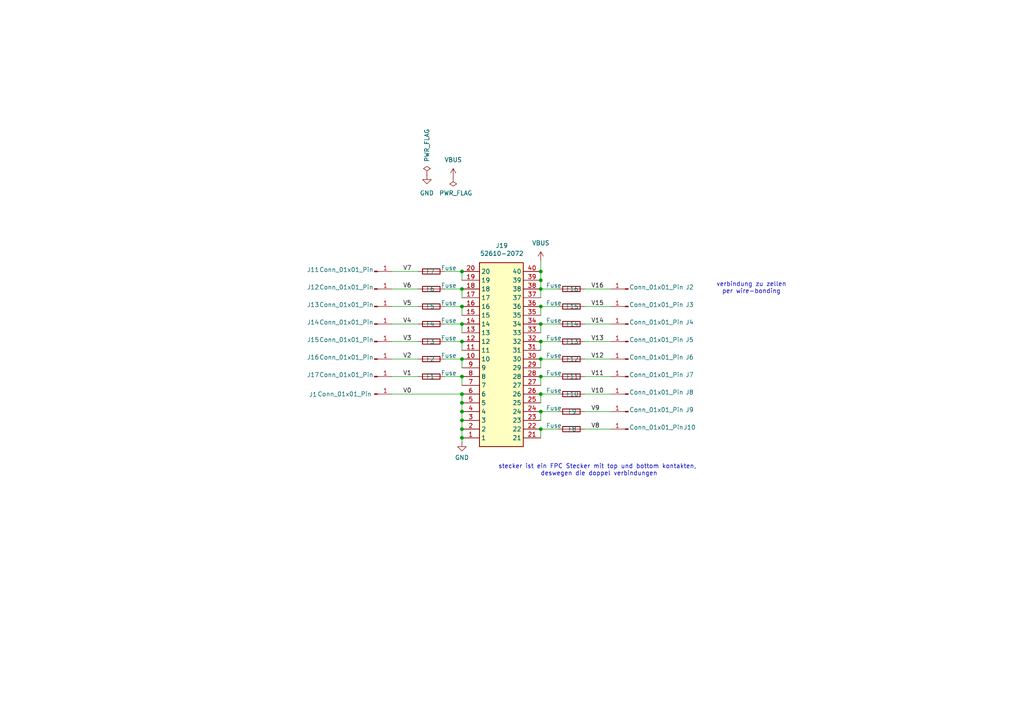
<source format=kicad_sch>
(kicad_sch
	(version 20231120)
	(generator "eeschema")
	(generator_version "8.0")
	(uuid "1d9cc614-0bf5-4778-8e8e-0e8d2a4a5fa2")
	(paper "A4")
	(lib_symbols
		(symbol "52610-2072:52610-2072"
			(exclude_from_sim no)
			(in_bom yes)
			(on_board yes)
			(property "Reference" "J"
				(at 19.05 7.62 0)
				(effects
					(font
						(size 1.27 1.27)
					)
					(justify left top)
				)
			)
			(property "Value" "52610-2072"
				(at 19.05 5.08 0)
				(effects
					(font
						(size 1.27 1.27)
					)
					(justify left top)
				)
			)
			(property "Footprint" "526102072"
				(at 19.05 -94.92 0)
				(effects
					(font
						(size 1.27 1.27)
					)
					(justify left top)
					(hide yes)
				)
			)
			(property "Datasheet" "https://componentsearchengine.com/Datasheets/1/52610-2072.pdf"
				(at 19.05 -194.92 0)
				(effects
					(font
						(size 1.27 1.27)
					)
					(justify left top)
					(hide yes)
				)
			)
			(property "Description" "FFC & FPC Connectors"
				(at 0 0 0)
				(effects
					(font
						(size 1.27 1.27)
					)
					(hide yes)
				)
			)
			(property "Height" "6.05"
				(at 19.05 -394.92 0)
				(effects
					(font
						(size 1.27 1.27)
					)
					(justify left top)
					(hide yes)
				)
			)
			(property "Mouser Part Number" "538-52610-2072"
				(at 19.05 -494.92 0)
				(effects
					(font
						(size 1.27 1.27)
					)
					(justify left top)
					(hide yes)
				)
			)
			(property "Mouser Price/Stock" "https://www.mouser.co.uk/ProductDetail/Molex/52610-2072?qs=nDwhpid8gJYd%252BKSw8qHD2g%3D%3D"
				(at 19.05 -594.92 0)
				(effects
					(font
						(size 1.27 1.27)
					)
					(justify left top)
					(hide yes)
				)
			)
			(property "Manufacturer_Name" "Molex"
				(at 19.05 -694.92 0)
				(effects
					(font
						(size 1.27 1.27)
					)
					(justify left top)
					(hide yes)
				)
			)
			(property "Manufacturer_Part_Number" "52610-2072"
				(at 19.05 -794.92 0)
				(effects
					(font
						(size 1.27 1.27)
					)
					(justify left top)
					(hide yes)
				)
			)
			(symbol "52610-2072_1_1"
				(rectangle
					(start 5.08 2.54)
					(end 17.78 -50.8)
					(stroke
						(width 0.254)
						(type default)
					)
					(fill
						(type background)
					)
				)
				(pin passive line
					(at 0 0 0)
					(length 5.08)
					(name "1"
						(effects
							(font
								(size 1.27 1.27)
							)
						)
					)
					(number "1"
						(effects
							(font
								(size 1.27 1.27)
							)
						)
					)
				)
				(pin passive line
					(at 0 -22.86 0)
					(length 5.08)
					(name "10"
						(effects
							(font
								(size 1.27 1.27)
							)
						)
					)
					(number "10"
						(effects
							(font
								(size 1.27 1.27)
							)
						)
					)
				)
				(pin passive line
					(at 0 -25.4 0)
					(length 5.08)
					(name "11"
						(effects
							(font
								(size 1.27 1.27)
							)
						)
					)
					(number "11"
						(effects
							(font
								(size 1.27 1.27)
							)
						)
					)
				)
				(pin passive line
					(at 0 -27.94 0)
					(length 5.08)
					(name "12"
						(effects
							(font
								(size 1.27 1.27)
							)
						)
					)
					(number "12"
						(effects
							(font
								(size 1.27 1.27)
							)
						)
					)
				)
				(pin passive line
					(at 0 -30.48 0)
					(length 5.08)
					(name "13"
						(effects
							(font
								(size 1.27 1.27)
							)
						)
					)
					(number "13"
						(effects
							(font
								(size 1.27 1.27)
							)
						)
					)
				)
				(pin passive line
					(at 0 -33.02 0)
					(length 5.08)
					(name "14"
						(effects
							(font
								(size 1.27 1.27)
							)
						)
					)
					(number "14"
						(effects
							(font
								(size 1.27 1.27)
							)
						)
					)
				)
				(pin passive line
					(at 0 -35.56 0)
					(length 5.08)
					(name "15"
						(effects
							(font
								(size 1.27 1.27)
							)
						)
					)
					(number "15"
						(effects
							(font
								(size 1.27 1.27)
							)
						)
					)
				)
				(pin passive line
					(at 0 -38.1 0)
					(length 5.08)
					(name "16"
						(effects
							(font
								(size 1.27 1.27)
							)
						)
					)
					(number "16"
						(effects
							(font
								(size 1.27 1.27)
							)
						)
					)
				)
				(pin passive line
					(at 0 -40.64 0)
					(length 5.08)
					(name "17"
						(effects
							(font
								(size 1.27 1.27)
							)
						)
					)
					(number "17"
						(effects
							(font
								(size 1.27 1.27)
							)
						)
					)
				)
				(pin passive line
					(at 0 -43.18 0)
					(length 5.08)
					(name "18"
						(effects
							(font
								(size 1.27 1.27)
							)
						)
					)
					(number "18"
						(effects
							(font
								(size 1.27 1.27)
							)
						)
					)
				)
				(pin passive line
					(at 0 -45.72 0)
					(length 5.08)
					(name "19"
						(effects
							(font
								(size 1.27 1.27)
							)
						)
					)
					(number "19"
						(effects
							(font
								(size 1.27 1.27)
							)
						)
					)
				)
				(pin passive line
					(at 0 -2.54 0)
					(length 5.08)
					(name "2"
						(effects
							(font
								(size 1.27 1.27)
							)
						)
					)
					(number "2"
						(effects
							(font
								(size 1.27 1.27)
							)
						)
					)
				)
				(pin passive line
					(at 0 -48.26 0)
					(length 5.08)
					(name "20"
						(effects
							(font
								(size 1.27 1.27)
							)
						)
					)
					(number "20"
						(effects
							(font
								(size 1.27 1.27)
							)
						)
					)
				)
				(pin passive line
					(at 22.86 0 180)
					(length 5.08)
					(name "21"
						(effects
							(font
								(size 1.27 1.27)
							)
						)
					)
					(number "21"
						(effects
							(font
								(size 1.27 1.27)
							)
						)
					)
				)
				(pin passive line
					(at 22.86 -2.54 180)
					(length 5.08)
					(name "22"
						(effects
							(font
								(size 1.27 1.27)
							)
						)
					)
					(number "22"
						(effects
							(font
								(size 1.27 1.27)
							)
						)
					)
				)
				(pin passive line
					(at 22.86 -5.08 180)
					(length 5.08)
					(name "23"
						(effects
							(font
								(size 1.27 1.27)
							)
						)
					)
					(number "23"
						(effects
							(font
								(size 1.27 1.27)
							)
						)
					)
				)
				(pin passive line
					(at 22.86 -7.62 180)
					(length 5.08)
					(name "24"
						(effects
							(font
								(size 1.27 1.27)
							)
						)
					)
					(number "24"
						(effects
							(font
								(size 1.27 1.27)
							)
						)
					)
				)
				(pin passive line
					(at 22.86 -10.16 180)
					(length 5.08)
					(name "25"
						(effects
							(font
								(size 1.27 1.27)
							)
						)
					)
					(number "25"
						(effects
							(font
								(size 1.27 1.27)
							)
						)
					)
				)
				(pin passive line
					(at 22.86 -12.7 180)
					(length 5.08)
					(name "26"
						(effects
							(font
								(size 1.27 1.27)
							)
						)
					)
					(number "26"
						(effects
							(font
								(size 1.27 1.27)
							)
						)
					)
				)
				(pin passive line
					(at 22.86 -15.24 180)
					(length 5.08)
					(name "27"
						(effects
							(font
								(size 1.27 1.27)
							)
						)
					)
					(number "27"
						(effects
							(font
								(size 1.27 1.27)
							)
						)
					)
				)
				(pin passive line
					(at 22.86 -17.78 180)
					(length 5.08)
					(name "28"
						(effects
							(font
								(size 1.27 1.27)
							)
						)
					)
					(number "28"
						(effects
							(font
								(size 1.27 1.27)
							)
						)
					)
				)
				(pin passive line
					(at 22.86 -20.32 180)
					(length 5.08)
					(name "29"
						(effects
							(font
								(size 1.27 1.27)
							)
						)
					)
					(number "29"
						(effects
							(font
								(size 1.27 1.27)
							)
						)
					)
				)
				(pin passive line
					(at 0 -5.08 0)
					(length 5.08)
					(name "3"
						(effects
							(font
								(size 1.27 1.27)
							)
						)
					)
					(number "3"
						(effects
							(font
								(size 1.27 1.27)
							)
						)
					)
				)
				(pin passive line
					(at 22.86 -22.86 180)
					(length 5.08)
					(name "30"
						(effects
							(font
								(size 1.27 1.27)
							)
						)
					)
					(number "30"
						(effects
							(font
								(size 1.27 1.27)
							)
						)
					)
				)
				(pin passive line
					(at 22.86 -25.4 180)
					(length 5.08)
					(name "31"
						(effects
							(font
								(size 1.27 1.27)
							)
						)
					)
					(number "31"
						(effects
							(font
								(size 1.27 1.27)
							)
						)
					)
				)
				(pin passive line
					(at 22.86 -27.94 180)
					(length 5.08)
					(name "32"
						(effects
							(font
								(size 1.27 1.27)
							)
						)
					)
					(number "32"
						(effects
							(font
								(size 1.27 1.27)
							)
						)
					)
				)
				(pin passive line
					(at 22.86 -30.48 180)
					(length 5.08)
					(name "33"
						(effects
							(font
								(size 1.27 1.27)
							)
						)
					)
					(number "33"
						(effects
							(font
								(size 1.27 1.27)
							)
						)
					)
				)
				(pin passive line
					(at 22.86 -33.02 180)
					(length 5.08)
					(name "34"
						(effects
							(font
								(size 1.27 1.27)
							)
						)
					)
					(number "34"
						(effects
							(font
								(size 1.27 1.27)
							)
						)
					)
				)
				(pin passive line
					(at 22.86 -35.56 180)
					(length 5.08)
					(name "35"
						(effects
							(font
								(size 1.27 1.27)
							)
						)
					)
					(number "35"
						(effects
							(font
								(size 1.27 1.27)
							)
						)
					)
				)
				(pin passive line
					(at 22.86 -38.1 180)
					(length 5.08)
					(name "36"
						(effects
							(font
								(size 1.27 1.27)
							)
						)
					)
					(number "36"
						(effects
							(font
								(size 1.27 1.27)
							)
						)
					)
				)
				(pin passive line
					(at 22.86 -40.64 180)
					(length 5.08)
					(name "37"
						(effects
							(font
								(size 1.27 1.27)
							)
						)
					)
					(number "37"
						(effects
							(font
								(size 1.27 1.27)
							)
						)
					)
				)
				(pin passive line
					(at 22.86 -43.18 180)
					(length 5.08)
					(name "38"
						(effects
							(font
								(size 1.27 1.27)
							)
						)
					)
					(number "38"
						(effects
							(font
								(size 1.27 1.27)
							)
						)
					)
				)
				(pin passive line
					(at 22.86 -45.72 180)
					(length 5.08)
					(name "39"
						(effects
							(font
								(size 1.27 1.27)
							)
						)
					)
					(number "39"
						(effects
							(font
								(size 1.27 1.27)
							)
						)
					)
				)
				(pin passive line
					(at 0 -7.62 0)
					(length 5.08)
					(name "4"
						(effects
							(font
								(size 1.27 1.27)
							)
						)
					)
					(number "4"
						(effects
							(font
								(size 1.27 1.27)
							)
						)
					)
				)
				(pin passive line
					(at 22.86 -48.26 180)
					(length 5.08)
					(name "40"
						(effects
							(font
								(size 1.27 1.27)
							)
						)
					)
					(number "40"
						(effects
							(font
								(size 1.27 1.27)
							)
						)
					)
				)
				(pin passive line
					(at 0 -10.16 0)
					(length 5.08)
					(name "5"
						(effects
							(font
								(size 1.27 1.27)
							)
						)
					)
					(number "5"
						(effects
							(font
								(size 1.27 1.27)
							)
						)
					)
				)
				(pin passive line
					(at 0 -12.7 0)
					(length 5.08)
					(name "6"
						(effects
							(font
								(size 1.27 1.27)
							)
						)
					)
					(number "6"
						(effects
							(font
								(size 1.27 1.27)
							)
						)
					)
				)
				(pin passive line
					(at 0 -15.24 0)
					(length 5.08)
					(name "7"
						(effects
							(font
								(size 1.27 1.27)
							)
						)
					)
					(number "7"
						(effects
							(font
								(size 1.27 1.27)
							)
						)
					)
				)
				(pin passive line
					(at 0 -17.78 0)
					(length 5.08)
					(name "8"
						(effects
							(font
								(size 1.27 1.27)
							)
						)
					)
					(number "8"
						(effects
							(font
								(size 1.27 1.27)
							)
						)
					)
				)
				(pin passive line
					(at 0 -20.32 0)
					(length 5.08)
					(name "9"
						(effects
							(font
								(size 1.27 1.27)
							)
						)
					)
					(number "9"
						(effects
							(font
								(size 1.27 1.27)
							)
						)
					)
				)
			)
		)
		(symbol "Connector:Conn_01x01_Pin"
			(pin_names
				(offset 1.016) hide)
			(exclude_from_sim no)
			(in_bom yes)
			(on_board yes)
			(property "Reference" "J"
				(at 0 2.54 0)
				(effects
					(font
						(size 1.27 1.27)
					)
				)
			)
			(property "Value" "Conn_01x01_Pin"
				(at 0 -2.54 0)
				(effects
					(font
						(size 1.27 1.27)
					)
				)
			)
			(property "Footprint" ""
				(at 0 0 0)
				(effects
					(font
						(size 1.27 1.27)
					)
					(hide yes)
				)
			)
			(property "Datasheet" "~"
				(at 0 0 0)
				(effects
					(font
						(size 1.27 1.27)
					)
					(hide yes)
				)
			)
			(property "Description" "Generic connector, single row, 01x01, script generated"
				(at 0 0 0)
				(effects
					(font
						(size 1.27 1.27)
					)
					(hide yes)
				)
			)
			(property "ki_locked" ""
				(at 0 0 0)
				(effects
					(font
						(size 1.27 1.27)
					)
				)
			)
			(property "ki_keywords" "connector"
				(at 0 0 0)
				(effects
					(font
						(size 1.27 1.27)
					)
					(hide yes)
				)
			)
			(property "ki_fp_filters" "Connector*:*_1x??_*"
				(at 0 0 0)
				(effects
					(font
						(size 1.27 1.27)
					)
					(hide yes)
				)
			)
			(symbol "Conn_01x01_Pin_1_1"
				(polyline
					(pts
						(xy 1.27 0) (xy 0.8636 0)
					)
					(stroke
						(width 0.1524)
						(type default)
					)
					(fill
						(type none)
					)
				)
				(rectangle
					(start 0.8636 0.127)
					(end 0 -0.127)
					(stroke
						(width 0.1524)
						(type default)
					)
					(fill
						(type outline)
					)
				)
				(pin passive line
					(at 5.08 0 180)
					(length 3.81)
					(name "Pin_1"
						(effects
							(font
								(size 1.27 1.27)
							)
						)
					)
					(number "1"
						(effects
							(font
								(size 1.27 1.27)
							)
						)
					)
				)
			)
		)
		(symbol "Device:Fuse"
			(pin_numbers hide)
			(pin_names
				(offset 0)
			)
			(exclude_from_sim no)
			(in_bom yes)
			(on_board yes)
			(property "Reference" "F"
				(at 2.032 0 90)
				(effects
					(font
						(size 1.27 1.27)
					)
				)
			)
			(property "Value" "Fuse"
				(at -1.905 0 90)
				(effects
					(font
						(size 1.27 1.27)
					)
				)
			)
			(property "Footprint" ""
				(at -1.778 0 90)
				(effects
					(font
						(size 1.27 1.27)
					)
					(hide yes)
				)
			)
			(property "Datasheet" "~"
				(at 0 0 0)
				(effects
					(font
						(size 1.27 1.27)
					)
					(hide yes)
				)
			)
			(property "Description" "Fuse"
				(at 0 0 0)
				(effects
					(font
						(size 1.27 1.27)
					)
					(hide yes)
				)
			)
			(property "ki_keywords" "fuse"
				(at 0 0 0)
				(effects
					(font
						(size 1.27 1.27)
					)
					(hide yes)
				)
			)
			(property "ki_fp_filters" "*Fuse*"
				(at 0 0 0)
				(effects
					(font
						(size 1.27 1.27)
					)
					(hide yes)
				)
			)
			(symbol "Fuse_0_1"
				(rectangle
					(start -0.762 -2.54)
					(end 0.762 2.54)
					(stroke
						(width 0.254)
						(type default)
					)
					(fill
						(type none)
					)
				)
				(polyline
					(pts
						(xy 0 2.54) (xy 0 -2.54)
					)
					(stroke
						(width 0)
						(type default)
					)
					(fill
						(type none)
					)
				)
			)
			(symbol "Fuse_1_1"
				(pin passive line
					(at 0 3.81 270)
					(length 1.27)
					(name "~"
						(effects
							(font
								(size 1.27 1.27)
							)
						)
					)
					(number "1"
						(effects
							(font
								(size 1.27 1.27)
							)
						)
					)
				)
				(pin passive line
					(at 0 -3.81 90)
					(length 1.27)
					(name "~"
						(effects
							(font
								(size 1.27 1.27)
							)
						)
					)
					(number "2"
						(effects
							(font
								(size 1.27 1.27)
							)
						)
					)
				)
			)
		)
		(symbol "power:GND"
			(power)
			(pin_numbers hide)
			(pin_names
				(offset 0) hide)
			(exclude_from_sim no)
			(in_bom yes)
			(on_board yes)
			(property "Reference" "#PWR"
				(at 0 -6.35 0)
				(effects
					(font
						(size 1.27 1.27)
					)
					(hide yes)
				)
			)
			(property "Value" "GND"
				(at 0 -3.81 0)
				(effects
					(font
						(size 1.27 1.27)
					)
				)
			)
			(property "Footprint" ""
				(at 0 0 0)
				(effects
					(font
						(size 1.27 1.27)
					)
					(hide yes)
				)
			)
			(property "Datasheet" ""
				(at 0 0 0)
				(effects
					(font
						(size 1.27 1.27)
					)
					(hide yes)
				)
			)
			(property "Description" "Power symbol creates a global label with name \"GND\" , ground"
				(at 0 0 0)
				(effects
					(font
						(size 1.27 1.27)
					)
					(hide yes)
				)
			)
			(property "ki_keywords" "global power"
				(at 0 0 0)
				(effects
					(font
						(size 1.27 1.27)
					)
					(hide yes)
				)
			)
			(symbol "GND_0_1"
				(polyline
					(pts
						(xy 0 0) (xy 0 -1.27) (xy 1.27 -1.27) (xy 0 -2.54) (xy -1.27 -1.27) (xy 0 -1.27)
					)
					(stroke
						(width 0)
						(type default)
					)
					(fill
						(type none)
					)
				)
			)
			(symbol "GND_1_1"
				(pin power_in line
					(at 0 0 270)
					(length 0)
					(name "~"
						(effects
							(font
								(size 1.27 1.27)
							)
						)
					)
					(number "1"
						(effects
							(font
								(size 1.27 1.27)
							)
						)
					)
				)
			)
		)
		(symbol "power:PWR_FLAG"
			(power)
			(pin_numbers hide)
			(pin_names
				(offset 0) hide)
			(exclude_from_sim no)
			(in_bom yes)
			(on_board yes)
			(property "Reference" "#FLG"
				(at 0 1.905 0)
				(effects
					(font
						(size 1.27 1.27)
					)
					(hide yes)
				)
			)
			(property "Value" "PWR_FLAG"
				(at 0 3.81 0)
				(effects
					(font
						(size 1.27 1.27)
					)
				)
			)
			(property "Footprint" ""
				(at 0 0 0)
				(effects
					(font
						(size 1.27 1.27)
					)
					(hide yes)
				)
			)
			(property "Datasheet" "~"
				(at 0 0 0)
				(effects
					(font
						(size 1.27 1.27)
					)
					(hide yes)
				)
			)
			(property "Description" "Special symbol for telling ERC where power comes from"
				(at 0 0 0)
				(effects
					(font
						(size 1.27 1.27)
					)
					(hide yes)
				)
			)
			(property "ki_keywords" "flag power"
				(at 0 0 0)
				(effects
					(font
						(size 1.27 1.27)
					)
					(hide yes)
				)
			)
			(symbol "PWR_FLAG_0_0"
				(pin power_out line
					(at 0 0 90)
					(length 0)
					(name "~"
						(effects
							(font
								(size 1.27 1.27)
							)
						)
					)
					(number "1"
						(effects
							(font
								(size 1.27 1.27)
							)
						)
					)
				)
			)
			(symbol "PWR_FLAG_0_1"
				(polyline
					(pts
						(xy 0 0) (xy 0 1.27) (xy -1.016 1.905) (xy 0 2.54) (xy 1.016 1.905) (xy 0 1.27)
					)
					(stroke
						(width 0)
						(type default)
					)
					(fill
						(type none)
					)
				)
			)
		)
		(symbol "power:VBUS"
			(power)
			(pin_numbers hide)
			(pin_names
				(offset 0) hide)
			(exclude_from_sim no)
			(in_bom yes)
			(on_board yes)
			(property "Reference" "#PWR"
				(at 0 -3.81 0)
				(effects
					(font
						(size 1.27 1.27)
					)
					(hide yes)
				)
			)
			(property "Value" "VBUS"
				(at 0 3.556 0)
				(effects
					(font
						(size 1.27 1.27)
					)
				)
			)
			(property "Footprint" ""
				(at 0 0 0)
				(effects
					(font
						(size 1.27 1.27)
					)
					(hide yes)
				)
			)
			(property "Datasheet" ""
				(at 0 0 0)
				(effects
					(font
						(size 1.27 1.27)
					)
					(hide yes)
				)
			)
			(property "Description" "Power symbol creates a global label with name \"VBUS\""
				(at 0 0 0)
				(effects
					(font
						(size 1.27 1.27)
					)
					(hide yes)
				)
			)
			(property "ki_keywords" "global power"
				(at 0 0 0)
				(effects
					(font
						(size 1.27 1.27)
					)
					(hide yes)
				)
			)
			(symbol "VBUS_0_1"
				(polyline
					(pts
						(xy -0.762 1.27) (xy 0 2.54)
					)
					(stroke
						(width 0)
						(type default)
					)
					(fill
						(type none)
					)
				)
				(polyline
					(pts
						(xy 0 0) (xy 0 2.54)
					)
					(stroke
						(width 0)
						(type default)
					)
					(fill
						(type none)
					)
				)
				(polyline
					(pts
						(xy 0 2.54) (xy 0.762 1.27)
					)
					(stroke
						(width 0)
						(type default)
					)
					(fill
						(type none)
					)
				)
			)
			(symbol "VBUS_1_1"
				(pin power_in line
					(at 0 0 90)
					(length 0)
					(name "~"
						(effects
							(font
								(size 1.27 1.27)
							)
						)
					)
					(number "1"
						(effects
							(font
								(size 1.27 1.27)
							)
						)
					)
				)
			)
		)
	)
	(junction
		(at 133.985 99.06)
		(diameter 0)
		(color 0 0 0 0)
		(uuid "0168f773-9dd9-4f9d-8c14-67fb02d2351e")
	)
	(junction
		(at 133.985 124.46)
		(diameter 0)
		(color 0 0 0 0)
		(uuid "03fc4723-ffc6-4303-98d1-d6f0214de8be")
	)
	(junction
		(at 133.985 109.22)
		(diameter 0)
		(color 0 0 0 0)
		(uuid "04e482b6-a756-4dee-bfe3-a3685faa60fc")
	)
	(junction
		(at 156.845 119.38)
		(diameter 0)
		(color 0 0 0 0)
		(uuid "0675166a-b728-4bde-8ff2-d69b2dae060f")
	)
	(junction
		(at 156.845 109.22)
		(diameter 0)
		(color 0 0 0 0)
		(uuid "0696a963-d4b3-41e5-b843-ffbf1859643d")
	)
	(junction
		(at 133.985 104.14)
		(diameter 0)
		(color 0 0 0 0)
		(uuid "0bb717dd-3cf0-4aa4-abba-fc24e8cf0c74")
	)
	(junction
		(at 133.985 78.74)
		(diameter 0)
		(color 0 0 0 0)
		(uuid "1aff74f7-00df-49d2-9625-2bb0895f1f9c")
	)
	(junction
		(at 133.985 88.9)
		(diameter 0)
		(color 0 0 0 0)
		(uuid "206d8abc-3c7d-4ccc-8a5c-13e252f18d28")
	)
	(junction
		(at 156.845 114.3)
		(diameter 0)
		(color 0 0 0 0)
		(uuid "212a105d-aa1a-4ea3-825e-b1c7ad571964")
	)
	(junction
		(at 133.985 83.82)
		(diameter 0)
		(color 0 0 0 0)
		(uuid "2e651bdb-8466-4eca-8ae3-980add46c54f")
	)
	(junction
		(at 156.845 93.98)
		(diameter 0)
		(color 0 0 0 0)
		(uuid "5150cb41-fba8-46d5-ad86-db6ec52c80bc")
	)
	(junction
		(at 156.845 78.74)
		(diameter 0)
		(color 0 0 0 0)
		(uuid "537b367b-ab2a-4570-b881-c764aa249d37")
	)
	(junction
		(at 156.845 88.9)
		(diameter 0)
		(color 0 0 0 0)
		(uuid "5c0e08e7-76fb-432b-bba2-4c5d3e2af1de")
	)
	(junction
		(at 133.985 121.92)
		(diameter 0)
		(color 0 0 0 0)
		(uuid "7b305cb1-541b-4ac1-9bcb-f3742acb775b")
	)
	(junction
		(at 133.985 119.38)
		(diameter 0)
		(color 0 0 0 0)
		(uuid "80e62256-3302-4425-9930-610d499d665d")
	)
	(junction
		(at 133.985 127)
		(diameter 0)
		(color 0 0 0 0)
		(uuid "a297dc2c-a99b-4ea1-8c49-d73898b3e606")
	)
	(junction
		(at 133.985 93.98)
		(diameter 0)
		(color 0 0 0 0)
		(uuid "a7117c1d-787d-46e6-8997-e62423841b13")
	)
	(junction
		(at 156.845 99.06)
		(diameter 0)
		(color 0 0 0 0)
		(uuid "a87be903-5e16-43d2-b79a-a859803f0cc3")
	)
	(junction
		(at 133.985 116.84)
		(diameter 0)
		(color 0 0 0 0)
		(uuid "b0b8796c-704f-49de-bdf6-24f0945632a3")
	)
	(junction
		(at 156.845 81.28)
		(diameter 0)
		(color 0 0 0 0)
		(uuid "bcebba81-50f7-406a-8d06-66cc06c9372c")
	)
	(junction
		(at 156.845 124.46)
		(diameter 0)
		(color 0 0 0 0)
		(uuid "c139a2a2-4128-449d-b38c-3f30117cae82")
	)
	(junction
		(at 156.845 104.14)
		(diameter 0)
		(color 0 0 0 0)
		(uuid "c1df4905-d19f-4205-af19-5bd23689a95a")
	)
	(junction
		(at 133.985 114.3)
		(diameter 0)
		(color 0 0 0 0)
		(uuid "c4670233-a88f-4cc9-9afa-200f18a2bb37")
	)
	(junction
		(at 156.845 83.82)
		(diameter 0)
		(color 0 0 0 0)
		(uuid "de2b3d53-fb77-4df2-8c71-8b78bf929c09")
	)
	(wire
		(pts
			(xy 133.985 104.14) (xy 133.985 106.68)
		)
		(stroke
			(width 0)
			(type default)
		)
		(uuid "0052b478-816a-460e-94f9-ac1e358ecca5")
	)
	(wire
		(pts
			(xy 156.845 109.22) (xy 161.925 109.22)
		)
		(stroke
			(width 0)
			(type default)
		)
		(uuid "018aceaa-26cb-4f5d-b678-2d4d9a5ed598")
	)
	(wire
		(pts
			(xy 156.845 93.98) (xy 156.845 96.52)
		)
		(stroke
			(width 0)
			(type default)
		)
		(uuid "019c136f-4ba7-4a5e-9c28-06f52005b396")
	)
	(wire
		(pts
			(xy 156.845 88.9) (xy 161.925 88.9)
		)
		(stroke
			(width 0)
			(type default)
		)
		(uuid "04c2e2da-38fe-4555-b881-e0ed61176549")
	)
	(wire
		(pts
			(xy 156.845 104.14) (xy 161.925 104.14)
		)
		(stroke
			(width 0)
			(type default)
		)
		(uuid "089164e1-5bd7-4056-a0cf-ba13b3f47eb6")
	)
	(wire
		(pts
			(xy 133.985 93.98) (xy 133.985 96.52)
		)
		(stroke
			(width 0)
			(type default)
		)
		(uuid "0c32e2cb-e44c-466f-8cf2-7c8ef33b259f")
	)
	(wire
		(pts
			(xy 169.545 93.98) (xy 177.165 93.98)
		)
		(stroke
			(width 0)
			(type default)
		)
		(uuid "0c4ffd47-0489-4c0d-ae89-7d6d6bfa1b2c")
	)
	(wire
		(pts
			(xy 169.545 99.06) (xy 177.165 99.06)
		)
		(stroke
			(width 0)
			(type default)
		)
		(uuid "0cc19ba5-3499-416d-8ffd-ac2e25a42968")
	)
	(wire
		(pts
			(xy 156.845 104.14) (xy 156.845 106.68)
		)
		(stroke
			(width 0)
			(type default)
		)
		(uuid "10bcb633-1216-448b-be98-ca0b07038a86")
	)
	(wire
		(pts
			(xy 121.285 109.22) (xy 113.665 109.22)
		)
		(stroke
			(width 0)
			(type default)
		)
		(uuid "1222c7cc-0fc5-4786-bbfa-fbf5c0400464")
	)
	(wire
		(pts
			(xy 133.985 116.84) (xy 133.985 119.38)
		)
		(stroke
			(width 0)
			(type default)
		)
		(uuid "13717265-af5d-485a-a440-f9759b646d98")
	)
	(wire
		(pts
			(xy 169.545 83.82) (xy 177.165 83.82)
		)
		(stroke
			(width 0)
			(type default)
		)
		(uuid "1469e016-04b8-4413-8839-29e554d828a2")
	)
	(wire
		(pts
			(xy 169.545 119.38) (xy 177.165 119.38)
		)
		(stroke
			(width 0)
			(type default)
		)
		(uuid "15439573-ab63-4194-846e-bbe944d12e19")
	)
	(wire
		(pts
			(xy 133.985 121.92) (xy 133.985 124.46)
		)
		(stroke
			(width 0)
			(type default)
		)
		(uuid "1546c061-4b4a-415b-a611-1ecf6b76674d")
	)
	(wire
		(pts
			(xy 133.985 128.27) (xy 133.985 127)
		)
		(stroke
			(width 0)
			(type default)
		)
		(uuid "16d9488f-449f-49f9-a561-e651276b4853")
	)
	(wire
		(pts
			(xy 156.845 114.3) (xy 161.925 114.3)
		)
		(stroke
			(width 0)
			(type default)
		)
		(uuid "1849a1a0-e8ff-4c4f-a564-17ccd6268bae")
	)
	(wire
		(pts
			(xy 121.285 83.82) (xy 113.665 83.82)
		)
		(stroke
			(width 0)
			(type default)
		)
		(uuid "1bb2f3ab-1b25-4197-9ea6-0a1f325ce113")
	)
	(wire
		(pts
			(xy 156.845 124.46) (xy 161.925 124.46)
		)
		(stroke
			(width 0)
			(type default)
		)
		(uuid "207aa897-54c4-4892-a085-7fe29ee18511")
	)
	(wire
		(pts
			(xy 156.845 83.82) (xy 156.845 86.36)
		)
		(stroke
			(width 0)
			(type default)
		)
		(uuid "207bc5d2-3348-45af-800c-dc239180504f")
	)
	(wire
		(pts
			(xy 156.845 124.46) (xy 156.845 127)
		)
		(stroke
			(width 0)
			(type default)
		)
		(uuid "20eb60e9-27a4-40fd-96a4-c8ae1fae8578")
	)
	(wire
		(pts
			(xy 133.985 83.82) (xy 133.985 86.36)
		)
		(stroke
			(width 0)
			(type default)
		)
		(uuid "24208ea0-2e31-43b6-9339-46b7a45f93d0")
	)
	(wire
		(pts
			(xy 133.985 114.3) (xy 133.985 116.84)
		)
		(stroke
			(width 0)
			(type default)
		)
		(uuid "2ddcf5f2-6098-4f38-ae7d-6e929369b5b7")
	)
	(wire
		(pts
			(xy 156.845 83.82) (xy 161.925 83.82)
		)
		(stroke
			(width 0)
			(type default)
		)
		(uuid "300039bf-130d-435f-80eb-493b358ca86f")
	)
	(wire
		(pts
			(xy 133.985 99.06) (xy 128.905 99.06)
		)
		(stroke
			(width 0)
			(type default)
		)
		(uuid "3c9952fb-b492-44c1-8653-a1da3fcc9201")
	)
	(wire
		(pts
			(xy 133.985 109.22) (xy 128.905 109.22)
		)
		(stroke
			(width 0)
			(type default)
		)
		(uuid "3cdf8f36-4dc4-42cc-8ced-39648af290a9")
	)
	(wire
		(pts
			(xy 156.845 99.06) (xy 156.845 101.6)
		)
		(stroke
			(width 0)
			(type default)
		)
		(uuid "428f3da8-b3db-416d-be76-4cc3782bc18a")
	)
	(wire
		(pts
			(xy 133.985 99.06) (xy 133.985 101.6)
		)
		(stroke
			(width 0)
			(type default)
		)
		(uuid "445c507a-b918-42c9-83bb-4f2aa226299c")
	)
	(wire
		(pts
			(xy 133.985 93.98) (xy 128.905 93.98)
		)
		(stroke
			(width 0)
			(type default)
		)
		(uuid "45c766b7-63cb-4f3d-bcf1-202317cdbefb")
	)
	(wire
		(pts
			(xy 121.285 99.06) (xy 113.665 99.06)
		)
		(stroke
			(width 0)
			(type default)
		)
		(uuid "53ac8e79-26e6-4d0b-8326-aebaffe76305")
	)
	(wire
		(pts
			(xy 156.845 78.74) (xy 156.845 81.28)
		)
		(stroke
			(width 0)
			(type default)
		)
		(uuid "540a982c-4f29-4329-bcf7-2c160f8d3cd6")
	)
	(wire
		(pts
			(xy 121.285 88.9) (xy 113.665 88.9)
		)
		(stroke
			(width 0)
			(type default)
		)
		(uuid "5b95f99b-d8e8-4a6c-87ab-b83f98e08d0a")
	)
	(wire
		(pts
			(xy 121.285 93.98) (xy 113.665 93.98)
		)
		(stroke
			(width 0)
			(type default)
		)
		(uuid "6808f3c4-c470-4e2f-9cc9-3e7062c66150")
	)
	(wire
		(pts
			(xy 133.985 78.74) (xy 128.905 78.74)
		)
		(stroke
			(width 0)
			(type default)
		)
		(uuid "687abcd9-df45-4a1d-8a94-53472a60d997")
	)
	(wire
		(pts
			(xy 156.845 75.565) (xy 156.845 78.74)
		)
		(stroke
			(width 0)
			(type default)
		)
		(uuid "70a7baf9-f793-41ea-aa80-3363ea1d742d")
	)
	(wire
		(pts
			(xy 156.845 114.3) (xy 156.845 116.84)
		)
		(stroke
			(width 0)
			(type default)
		)
		(uuid "7c455362-b1b6-4bed-b0ad-157380a4e5f0")
	)
	(wire
		(pts
			(xy 121.285 78.74) (xy 113.665 78.74)
		)
		(stroke
			(width 0)
			(type default)
		)
		(uuid "7fc7673f-8e52-4a6b-8a80-cf9a93cfa47f")
	)
	(wire
		(pts
			(xy 169.545 114.3) (xy 177.165 114.3)
		)
		(stroke
			(width 0)
			(type default)
		)
		(uuid "82f893ee-e1c3-4a07-b284-d1413b9ab85d")
	)
	(wire
		(pts
			(xy 169.545 124.46) (xy 177.165 124.46)
		)
		(stroke
			(width 0)
			(type default)
		)
		(uuid "881cdb73-70ce-473f-a1fd-0389e93d3123")
	)
	(wire
		(pts
			(xy 121.285 104.14) (xy 113.665 104.14)
		)
		(stroke
			(width 0)
			(type default)
		)
		(uuid "92634063-e3c1-4d82-b30a-a12953c688ba")
	)
	(wire
		(pts
			(xy 169.545 109.22) (xy 177.165 109.22)
		)
		(stroke
			(width 0)
			(type default)
		)
		(uuid "947e9429-f069-4684-8fe6-4eb6c0548d51")
	)
	(wire
		(pts
			(xy 133.985 104.14) (xy 128.905 104.14)
		)
		(stroke
			(width 0)
			(type default)
		)
		(uuid "94bf49d5-a392-46e4-859b-8eb5c856c133")
	)
	(wire
		(pts
			(xy 169.545 88.9) (xy 177.165 88.9)
		)
		(stroke
			(width 0)
			(type default)
		)
		(uuid "9cc141a5-4877-4cc4-9809-c014531f9c23")
	)
	(wire
		(pts
			(xy 133.985 88.9) (xy 128.905 88.9)
		)
		(stroke
			(width 0)
			(type default)
		)
		(uuid "a8718be3-8f45-4a44-a595-ae7d85b7c7f2")
	)
	(wire
		(pts
			(xy 133.985 88.9) (xy 133.985 91.44)
		)
		(stroke
			(width 0)
			(type default)
		)
		(uuid "aa9a29f4-3626-45f7-9933-72ad35553bea")
	)
	(wire
		(pts
			(xy 156.845 88.9) (xy 156.845 91.44)
		)
		(stroke
			(width 0)
			(type default)
		)
		(uuid "acd1c75b-8d39-4ac7-91b3-1365682b0038")
	)
	(wire
		(pts
			(xy 133.985 119.38) (xy 133.985 121.92)
		)
		(stroke
			(width 0)
			(type default)
		)
		(uuid "af6a988a-a97d-4ad1-b1e4-473fc94817d6")
	)
	(wire
		(pts
			(xy 133.985 124.46) (xy 133.985 127)
		)
		(stroke
			(width 0)
			(type default)
		)
		(uuid "b4d41289-27a7-40ea-87fd-37ae1f215baf")
	)
	(wire
		(pts
			(xy 133.985 83.82) (xy 128.905 83.82)
		)
		(stroke
			(width 0)
			(type default)
		)
		(uuid "ba267fbb-1748-4208-87d1-75c870537698")
	)
	(wire
		(pts
			(xy 169.545 104.14) (xy 177.165 104.14)
		)
		(stroke
			(width 0)
			(type default)
		)
		(uuid "bb05c23b-e428-4efa-b493-f9b636d5f966")
	)
	(wire
		(pts
			(xy 156.845 119.38) (xy 156.845 121.92)
		)
		(stroke
			(width 0)
			(type default)
		)
		(uuid "bdb53f7e-c684-4649-9061-d45c09eb7e5d")
	)
	(wire
		(pts
			(xy 156.845 99.06) (xy 161.925 99.06)
		)
		(stroke
			(width 0)
			(type default)
		)
		(uuid "be39b9fa-fa7b-4129-b4de-6bd71cbd26aa")
	)
	(wire
		(pts
			(xy 156.845 109.22) (xy 156.845 111.76)
		)
		(stroke
			(width 0)
			(type default)
		)
		(uuid "dc0d0e47-e524-424a-b655-0778f253b72c")
	)
	(wire
		(pts
			(xy 133.985 109.22) (xy 133.985 111.76)
		)
		(stroke
			(width 0)
			(type default)
		)
		(uuid "de9f2095-74e6-4dc3-bae4-24f698da34d3")
	)
	(wire
		(pts
			(xy 156.845 119.38) (xy 161.925 119.38)
		)
		(stroke
			(width 0)
			(type default)
		)
		(uuid "df7ba148-381d-48d6-99a7-10b9358bd187")
	)
	(wire
		(pts
			(xy 156.845 81.28) (xy 156.845 83.82)
		)
		(stroke
			(width 0)
			(type default)
		)
		(uuid "e28bc814-45cd-4b29-80d7-fa80c58d2922")
	)
	(wire
		(pts
			(xy 156.845 93.98) (xy 161.925 93.98)
		)
		(stroke
			(width 0)
			(type default)
		)
		(uuid "e8f3dd12-98eb-46cf-bfdf-abc10d26a132")
	)
	(wire
		(pts
			(xy 133.985 114.3) (xy 113.665 114.3)
		)
		(stroke
			(width 0)
			(type default)
		)
		(uuid "fa4e4e36-7cf6-48f6-a4fa-87eee3a72cfa")
	)
	(wire
		(pts
			(xy 133.985 78.74) (xy 133.985 81.28)
		)
		(stroke
			(width 0)
			(type default)
		)
		(uuid "fdb60a30-090e-4105-ac0d-15e6e7ff60f5")
	)
	(text "stecker ist ein FPC Stecker mit top und bottom kontakten, \ndeswegen die doppel verbindungen"
		(exclude_from_sim no)
		(at 173.736 136.398 0)
		(effects
			(font
				(size 1.27 1.27)
			)
		)
		(uuid "c9c55b5e-9374-455a-912c-16153b2d7e1e")
	)
	(text "verbindung zu zellen\nper wire-bonding\n"
		(exclude_from_sim no)
		(at 217.932 83.566 0)
		(effects
			(font
				(size 1.27 1.27)
			)
		)
		(uuid "cec7a0b1-c32f-46bb-a9f6-5ba939c63e77")
	)
	(label "V11"
		(at 171.45 109.22 0)
		(fields_autoplaced yes)
		(effects
			(font
				(size 1.27 1.27)
			)
			(justify left bottom)
		)
		(uuid "0118b175-c050-4167-a110-5e6fb86f1704")
	)
	(label "V4"
		(at 119.38 93.98 180)
		(fields_autoplaced yes)
		(effects
			(font
				(size 1.27 1.27)
			)
			(justify right bottom)
		)
		(uuid "31804acc-2f62-4f1b-b1e9-3ad744085c80")
	)
	(label "V1"
		(at 119.38 109.22 180)
		(fields_autoplaced yes)
		(effects
			(font
				(size 1.27 1.27)
			)
			(justify right bottom)
		)
		(uuid "38ead3b5-858a-4c39-9318-b32f947f6def")
	)
	(label "V5"
		(at 119.38 88.9 180)
		(fields_autoplaced yes)
		(effects
			(font
				(size 1.27 1.27)
			)
			(justify right bottom)
		)
		(uuid "4dd16825-4fc4-47c2-bf8e-a78d88fe4736")
	)
	(label "V6"
		(at 119.38 83.82 180)
		(fields_autoplaced yes)
		(effects
			(font
				(size 1.27 1.27)
			)
			(justify right bottom)
		)
		(uuid "5b908d49-f865-4ec7-9b4b-906bc1f5fe67")
	)
	(label "V15"
		(at 171.45 88.9 0)
		(fields_autoplaced yes)
		(effects
			(font
				(size 1.27 1.27)
			)
			(justify left bottom)
		)
		(uuid "5d20d4bd-472b-48c0-89ba-c8e76e7f3e51")
	)
	(label "V13"
		(at 171.45 99.06 0)
		(fields_autoplaced yes)
		(effects
			(font
				(size 1.27 1.27)
			)
			(justify left bottom)
		)
		(uuid "697a5b83-76fe-4a71-99a3-920a64d34e8b")
	)
	(label "V7"
		(at 119.38 78.74 180)
		(fields_autoplaced yes)
		(effects
			(font
				(size 1.27 1.27)
			)
			(justify right bottom)
		)
		(uuid "755bf7f1-8d92-4429-b19a-0d2b0ad706d8")
	)
	(label "V12"
		(at 171.45 104.14 0)
		(fields_autoplaced yes)
		(effects
			(font
				(size 1.27 1.27)
			)
			(justify left bottom)
		)
		(uuid "ad206a6a-9eec-405d-adca-cdb53dc5959c")
	)
	(label "V9"
		(at 171.45 119.38 0)
		(fields_autoplaced yes)
		(effects
			(font
				(size 1.27 1.27)
			)
			(justify left bottom)
		)
		(uuid "ad4f5f69-1cfb-44a7-99a4-8a9ec60c6a28")
	)
	(label "V0"
		(at 119.38 114.3 180)
		(fields_autoplaced yes)
		(effects
			(font
				(size 1.27 1.27)
			)
			(justify right bottom)
		)
		(uuid "cc1767f4-d8e3-4a77-b3a4-da1324e3ac19")
	)
	(label "V2"
		(at 119.38 104.14 180)
		(fields_autoplaced yes)
		(effects
			(font
				(size 1.27 1.27)
			)
			(justify right bottom)
		)
		(uuid "d9c0686b-fa08-4b6b-a484-c92290b1eb8d")
	)
	(label "V3"
		(at 119.38 99.06 180)
		(fields_autoplaced yes)
		(effects
			(font
				(size 1.27 1.27)
			)
			(justify right bottom)
		)
		(uuid "db353411-ae1a-403a-ae1b-2aa2a95fd669")
	)
	(label "V16"
		(at 171.45 83.82 0)
		(fields_autoplaced yes)
		(effects
			(font
				(size 1.27 1.27)
			)
			(justify left bottom)
		)
		(uuid "dee58bea-be07-4f4d-a7d7-eb6060501be5")
	)
	(label "V10"
		(at 171.45 114.3 0)
		(fields_autoplaced yes)
		(effects
			(font
				(size 1.27 1.27)
			)
			(justify left bottom)
		)
		(uuid "e1cb22a9-e1f1-4e84-8748-f852cc3a09aa")
	)
	(label "V14"
		(at 171.45 93.98 0)
		(fields_autoplaced yes)
		(effects
			(font
				(size 1.27 1.27)
			)
			(justify left bottom)
		)
		(uuid "f73aa67a-8d85-4deb-81ad-ebd3eaee1013")
	)
	(label "V8"
		(at 171.45 124.46 0)
		(fields_autoplaced yes)
		(effects
			(font
				(size 1.27 1.27)
			)
			(justify left bottom)
		)
		(uuid "fdc8e6e5-b3b3-4526-b7bc-bca13a94fc68")
	)
	(symbol
		(lib_id "power:PWR_FLAG")
		(at 131.445 51.435 180)
		(unit 1)
		(exclude_from_sim no)
		(in_bom yes)
		(on_board yes)
		(dnp no)
		(uuid "002f07f5-7b92-4a7c-b404-4bb8de0d297f")
		(property "Reference" "#FLG02"
			(at 131.445 53.34 0)
			(effects
				(font
					(size 1.27 1.27)
				)
				(hide yes)
			)
		)
		(property "Value" "PWR_FLAG"
			(at 132.207 56.007 0)
			(effects
				(font
					(size 1.27 1.27)
				)
			)
		)
		(property "Footprint" ""
			(at 131.445 51.435 0)
			(effects
				(font
					(size 1.27 1.27)
				)
				(hide yes)
			)
		)
		(property "Datasheet" "~"
			(at 131.445 51.435 0)
			(effects
				(font
					(size 1.27 1.27)
				)
				(hide yes)
			)
		)
		(property "Description" "Special symbol for telling ERC where power comes from"
			(at 131.445 51.435 0)
			(effects
				(font
					(size 1.27 1.27)
				)
				(hide yes)
			)
		)
		(pin "1"
			(uuid "6029ef16-0b8c-472c-91fc-26ed5e14de53")
		)
		(instances
			(project "FT25_AMS_VSENS"
				(path "/1d9cc614-0bf5-4778-8e8e-0e8d2a4a5fa2"
					(reference "#FLG02")
					(unit 1)
				)
			)
		)
	)
	(symbol
		(lib_id "Connector:Conn_01x01_Pin")
		(at 108.585 88.9 0)
		(mirror x)
		(unit 1)
		(exclude_from_sim no)
		(in_bom yes)
		(on_board yes)
		(dnp no)
		(uuid "07dec1b8-7836-4876-a93d-9eb604b0642e")
		(property "Reference" "J13"
			(at 90.805 88.392 0)
			(effects
				(font
					(size 1.27 1.27)
				)
			)
		)
		(property "Value" "Conn_01x01_Pin"
			(at 100.457 88.392 0)
			(effects
				(font
					(size 1.27 1.27)
				)
			)
		)
		(property "Footprint" "VTSENS:Baby_ST_Bond_Pad"
			(at 108.585 88.9 0)
			(effects
				(font
					(size 1.27 1.27)
				)
				(hide yes)
			)
		)
		(property "Datasheet" "~"
			(at 108.585 88.9 0)
			(effects
				(font
					(size 1.27 1.27)
				)
				(hide yes)
			)
		)
		(property "Description" "Generic connector, single row, 01x01, script generated"
			(at 108.585 88.9 0)
			(effects
				(font
					(size 1.27 1.27)
				)
				(hide yes)
			)
		)
		(pin "1"
			(uuid "da900868-7d05-4684-81b4-15d83d58609a")
		)
		(instances
			(project "FT25_AMS_VSENS"
				(path "/1d9cc614-0bf5-4778-8e8e-0e8d2a4a5fa2"
					(reference "J13")
					(unit 1)
				)
			)
		)
	)
	(symbol
		(lib_id "power:PWR_FLAG")
		(at 123.825 50.8 0)
		(unit 1)
		(exclude_from_sim no)
		(in_bom yes)
		(on_board yes)
		(dnp no)
		(fields_autoplaced yes)
		(uuid "0860045f-7689-486e-beef-0dfc4cd9b37b")
		(property "Reference" "#FLG01"
			(at 123.825 48.895 0)
			(effects
				(font
					(size 1.27 1.27)
				)
				(hide yes)
			)
		)
		(property "Value" "PWR_FLAG"
			(at 123.8251 46.99 90)
			(effects
				(font
					(size 1.27 1.27)
				)
				(justify left)
			)
		)
		(property "Footprint" ""
			(at 123.825 50.8 0)
			(effects
				(font
					(size 1.27 1.27)
				)
				(hide yes)
			)
		)
		(property "Datasheet" "~"
			(at 123.825 50.8 0)
			(effects
				(font
					(size 1.27 1.27)
				)
				(hide yes)
			)
		)
		(property "Description" "Special symbol for telling ERC where power comes from"
			(at 123.825 50.8 0)
			(effects
				(font
					(size 1.27 1.27)
				)
				(hide yes)
			)
		)
		(pin "1"
			(uuid "04a9c31a-b7f5-4a0f-b600-59fa2b0a8a69")
		)
		(instances
			(project "FT25_AMS_VSENS"
				(path "/1d9cc614-0bf5-4778-8e8e-0e8d2a4a5fa2"
					(reference "#FLG01")
					(unit 1)
				)
			)
		)
	)
	(symbol
		(lib_id "Device:Fuse")
		(at 125.095 78.74 270)
		(mirror x)
		(unit 1)
		(exclude_from_sim no)
		(in_bom yes)
		(on_board yes)
		(dnp no)
		(uuid "0d9d753a-0682-4094-963c-fd2e9781d520")
		(property "Reference" "F7"
			(at 124.841 78.74 90)
			(effects
				(font
					(size 1.27 1.27)
				)
			)
		)
		(property "Value" "Fuse"
			(at 130.175 77.724 90)
			(effects
				(font
					(size 1.27 1.27)
				)
			)
		)
		(property "Footprint" "Fuse:Fuse_0603_1608Metric"
			(at 125.095 80.518 90)
			(effects
				(font
					(size 1.27 1.27)
				)
				(hide yes)
			)
		)
		(property "Datasheet" "~"
			(at 125.095 78.74 0)
			(effects
				(font
					(size 1.27 1.27)
				)
				(hide yes)
			)
		)
		(property "Description" "Fuse"
			(at 125.095 78.74 0)
			(effects
				(font
					(size 1.27 1.27)
				)
				(hide yes)
			)
		)
		(pin "1"
			(uuid "2a245d50-f025-42ba-8f11-43e44656f6f1")
		)
		(pin "2"
			(uuid "9db801cb-769b-45d8-989b-124965104208")
		)
		(instances
			(project "FT25_AMS_VSENS"
				(path "/1d9cc614-0bf5-4778-8e8e-0e8d2a4a5fa2"
					(reference "F7")
					(unit 1)
				)
			)
		)
	)
	(symbol
		(lib_id "Device:Fuse")
		(at 125.095 93.98 270)
		(mirror x)
		(unit 1)
		(exclude_from_sim no)
		(in_bom yes)
		(on_board yes)
		(dnp no)
		(uuid "0dff8fbd-2cb2-4dd9-8483-ecae969cf22c")
		(property "Reference" "F4"
			(at 124.841 93.98 90)
			(effects
				(font
					(size 1.27 1.27)
				)
			)
		)
		(property "Value" "Fuse"
			(at 130.175 92.964 90)
			(effects
				(font
					(size 1.27 1.27)
				)
			)
		)
		(property "Footprint" "Fuse:Fuse_0603_1608Metric"
			(at 125.095 95.758 90)
			(effects
				(font
					(size 1.27 1.27)
				)
				(hide yes)
			)
		)
		(property "Datasheet" "~"
			(at 125.095 93.98 0)
			(effects
				(font
					(size 1.27 1.27)
				)
				(hide yes)
			)
		)
		(property "Description" "Fuse"
			(at 125.095 93.98 0)
			(effects
				(font
					(size 1.27 1.27)
				)
				(hide yes)
			)
		)
		(pin "1"
			(uuid "0cb52f64-7543-4d18-9bd4-a8c30e6c48b3")
		)
		(pin "2"
			(uuid "20659abf-2862-41c7-9b5c-eacfc7326f7f")
		)
		(instances
			(project "FT25_AMS_VSENS"
				(path "/1d9cc614-0bf5-4778-8e8e-0e8d2a4a5fa2"
					(reference "F4")
					(unit 1)
				)
			)
		)
	)
	(symbol
		(lib_id "Device:Fuse")
		(at 165.735 119.38 90)
		(unit 1)
		(exclude_from_sim no)
		(in_bom yes)
		(on_board yes)
		(dnp no)
		(uuid "169069f5-1a28-470c-931b-74d581bc2db8")
		(property "Reference" "F9"
			(at 165.989 119.38 90)
			(effects
				(font
					(size 1.27 1.27)
				)
			)
		)
		(property "Value" "Fuse"
			(at 160.655 118.364 90)
			(effects
				(font
					(size 1.27 1.27)
				)
			)
		)
		(property "Footprint" "Fuse:Fuse_0603_1608Metric"
			(at 165.735 121.158 90)
			(effects
				(font
					(size 1.27 1.27)
				)
				(hide yes)
			)
		)
		(property "Datasheet" "~"
			(at 165.735 119.38 0)
			(effects
				(font
					(size 1.27 1.27)
				)
				(hide yes)
			)
		)
		(property "Description" "Fuse"
			(at 165.735 119.38 0)
			(effects
				(font
					(size 1.27 1.27)
				)
				(hide yes)
			)
		)
		(pin "1"
			(uuid "a69b6185-44ff-4c4a-ac67-b2cc4ea7da62")
		)
		(pin "2"
			(uuid "9f23a882-2543-4b7f-bdc0-9f8db671f480")
		)
		(instances
			(project "FT25_AMS_VSENS"
				(path "/1d9cc614-0bf5-4778-8e8e-0e8d2a4a5fa2"
					(reference "F9")
					(unit 1)
				)
			)
		)
	)
	(symbol
		(lib_id "Device:Fuse")
		(at 165.735 88.9 90)
		(unit 1)
		(exclude_from_sim no)
		(in_bom yes)
		(on_board yes)
		(dnp no)
		(uuid "1c5c8fa0-3261-4877-aaee-a232ecb8b893")
		(property "Reference" "F15"
			(at 165.989 88.9 90)
			(effects
				(font
					(size 1.27 1.27)
				)
			)
		)
		(property "Value" "Fuse"
			(at 160.655 87.884 90)
			(effects
				(font
					(size 1.27 1.27)
				)
			)
		)
		(property "Footprint" "Fuse:Fuse_0603_1608Metric"
			(at 165.735 90.678 90)
			(effects
				(font
					(size 1.27 1.27)
				)
				(hide yes)
			)
		)
		(property "Datasheet" "~"
			(at 165.735 88.9 0)
			(effects
				(font
					(size 1.27 1.27)
				)
				(hide yes)
			)
		)
		(property "Description" "Fuse"
			(at 165.735 88.9 0)
			(effects
				(font
					(size 1.27 1.27)
				)
				(hide yes)
			)
		)
		(pin "1"
			(uuid "194962c4-5295-41ee-967a-a04c3c398ccf")
		)
		(pin "2"
			(uuid "5a37a315-7d68-4dde-a56b-4d027f1e04c5")
		)
		(instances
			(project "FT25_AMS_VSENS"
				(path "/1d9cc614-0bf5-4778-8e8e-0e8d2a4a5fa2"
					(reference "F15")
					(unit 1)
				)
			)
		)
	)
	(symbol
		(lib_id "Connector:Conn_01x01_Pin")
		(at 108.585 99.06 0)
		(mirror x)
		(unit 1)
		(exclude_from_sim no)
		(in_bom yes)
		(on_board yes)
		(dnp no)
		(uuid "27c1262b-ae1f-427f-9763-49bc646aa4f4")
		(property "Reference" "J15"
			(at 90.805 98.552 0)
			(effects
				(font
					(size 1.27 1.27)
				)
			)
		)
		(property "Value" "Conn_01x01_Pin"
			(at 100.457 98.552 0)
			(effects
				(font
					(size 1.27 1.27)
				)
			)
		)
		(property "Footprint" "VTSENS:Baby_ST_Bond_Pad"
			(at 108.585 99.06 0)
			(effects
				(font
					(size 1.27 1.27)
				)
				(hide yes)
			)
		)
		(property "Datasheet" "~"
			(at 108.585 99.06 0)
			(effects
				(font
					(size 1.27 1.27)
				)
				(hide yes)
			)
		)
		(property "Description" "Generic connector, single row, 01x01, script generated"
			(at 108.585 99.06 0)
			(effects
				(font
					(size 1.27 1.27)
				)
				(hide yes)
			)
		)
		(pin "1"
			(uuid "0ba22f86-a5ca-4d8d-8608-81ce503f612d")
		)
		(instances
			(project "FT25_AMS_VSENS"
				(path "/1d9cc614-0bf5-4778-8e8e-0e8d2a4a5fa2"
					(reference "J15")
					(unit 1)
				)
			)
		)
	)
	(symbol
		(lib_id "Device:Fuse")
		(at 125.095 88.9 270)
		(mirror x)
		(unit 1)
		(exclude_from_sim no)
		(in_bom yes)
		(on_board yes)
		(dnp no)
		(uuid "30fa3422-69a9-4174-8ec0-beff16a2e3cd")
		(property "Reference" "F5"
			(at 124.841 88.9 90)
			(effects
				(font
					(size 1.27 1.27)
				)
			)
		)
		(property "Value" "Fuse"
			(at 130.175 87.884 90)
			(effects
				(font
					(size 1.27 1.27)
				)
			)
		)
		(property "Footprint" "Fuse:Fuse_0603_1608Metric"
			(at 125.095 90.678 90)
			(effects
				(font
					(size 1.27 1.27)
				)
				(hide yes)
			)
		)
		(property "Datasheet" "~"
			(at 125.095 88.9 0)
			(effects
				(font
					(size 1.27 1.27)
				)
				(hide yes)
			)
		)
		(property "Description" "Fuse"
			(at 125.095 88.9 0)
			(effects
				(font
					(size 1.27 1.27)
				)
				(hide yes)
			)
		)
		(pin "1"
			(uuid "319d25a2-ab88-45b2-89cb-b60e3ace748e")
		)
		(pin "2"
			(uuid "37f269a6-fe3c-4654-8d24-b57fdab5bc82")
		)
		(instances
			(project "FT25_AMS_VSENS"
				(path "/1d9cc614-0bf5-4778-8e8e-0e8d2a4a5fa2"
					(reference "F5")
					(unit 1)
				)
			)
		)
	)
	(symbol
		(lib_id "Device:Fuse")
		(at 125.095 109.22 270)
		(mirror x)
		(unit 1)
		(exclude_from_sim no)
		(in_bom yes)
		(on_board yes)
		(dnp no)
		(uuid "3261ad97-c67f-4ad5-8ae4-ed59005e5f40")
		(property "Reference" "F1"
			(at 124.841 109.22 90)
			(effects
				(font
					(size 1.27 1.27)
				)
			)
		)
		(property "Value" "Fuse"
			(at 130.175 108.204 90)
			(effects
				(font
					(size 1.27 1.27)
				)
			)
		)
		(property "Footprint" "Fuse:Fuse_0603_1608Metric"
			(at 125.095 110.998 90)
			(effects
				(font
					(size 1.27 1.27)
				)
				(hide yes)
			)
		)
		(property "Datasheet" "~"
			(at 125.095 109.22 0)
			(effects
				(font
					(size 1.27 1.27)
				)
				(hide yes)
			)
		)
		(property "Description" "Fuse"
			(at 125.095 109.22 0)
			(effects
				(font
					(size 1.27 1.27)
				)
				(hide yes)
			)
		)
		(pin "1"
			(uuid "75da0499-c432-44fa-8867-744881d21b78")
		)
		(pin "2"
			(uuid "fce475f1-f726-4f07-a3f6-51625f647128")
		)
		(instances
			(project "FT25_AMS_VSENS"
				(path "/1d9cc614-0bf5-4778-8e8e-0e8d2a4a5fa2"
					(reference "F1")
					(unit 1)
				)
			)
		)
	)
	(symbol
		(lib_id "Connector:Conn_01x01_Pin")
		(at 108.585 104.14 0)
		(mirror x)
		(unit 1)
		(exclude_from_sim no)
		(in_bom yes)
		(on_board yes)
		(dnp no)
		(uuid "32b5240c-f6b0-4190-8770-5e39180861aa")
		(property "Reference" "J16"
			(at 90.805 103.632 0)
			(effects
				(font
					(size 1.27 1.27)
				)
			)
		)
		(property "Value" "Conn_01x01_Pin"
			(at 100.457 103.632 0)
			(effects
				(font
					(size 1.27 1.27)
				)
			)
		)
		(property "Footprint" "VTSENS:Baby_ST_Bond_Pad"
			(at 108.585 104.14 0)
			(effects
				(font
					(size 1.27 1.27)
				)
				(hide yes)
			)
		)
		(property "Datasheet" "~"
			(at 108.585 104.14 0)
			(effects
				(font
					(size 1.27 1.27)
				)
				(hide yes)
			)
		)
		(property "Description" "Generic connector, single row, 01x01, script generated"
			(at 108.585 104.14 0)
			(effects
				(font
					(size 1.27 1.27)
				)
				(hide yes)
			)
		)
		(pin "1"
			(uuid "b059bdaa-0076-4416-a04e-1af0409f8551")
		)
		(instances
			(project "FT25_AMS_VSENS"
				(path "/1d9cc614-0bf5-4778-8e8e-0e8d2a4a5fa2"
					(reference "J16")
					(unit 1)
				)
			)
		)
	)
	(symbol
		(lib_id "Connector:Conn_01x01_Pin")
		(at 108.585 109.22 0)
		(mirror x)
		(unit 1)
		(exclude_from_sim no)
		(in_bom yes)
		(on_board yes)
		(dnp no)
		(uuid "37e4f527-109a-480f-b6d0-16926a831dce")
		(property "Reference" "J17"
			(at 90.805 108.712 0)
			(effects
				(font
					(size 1.27 1.27)
				)
			)
		)
		(property "Value" "Conn_01x01_Pin"
			(at 100.457 108.712 0)
			(effects
				(font
					(size 1.27 1.27)
				)
			)
		)
		(property "Footprint" "VTSENS:Baby_ST_Bond_Pad"
			(at 108.585 109.22 0)
			(effects
				(font
					(size 1.27 1.27)
				)
				(hide yes)
			)
		)
		(property "Datasheet" "~"
			(at 108.585 109.22 0)
			(effects
				(font
					(size 1.27 1.27)
				)
				(hide yes)
			)
		)
		(property "Description" "Generic connector, single row, 01x01, script generated"
			(at 108.585 109.22 0)
			(effects
				(font
					(size 1.27 1.27)
				)
				(hide yes)
			)
		)
		(pin "1"
			(uuid "4d8c72ac-489e-49c8-8005-c44e8046afcc")
		)
		(instances
			(project "FT25_AMS_VSENS"
				(path "/1d9cc614-0bf5-4778-8e8e-0e8d2a4a5fa2"
					(reference "J17")
					(unit 1)
				)
			)
		)
	)
	(symbol
		(lib_id "52610-2072:52610-2072")
		(at 133.985 127 0)
		(mirror x)
		(unit 1)
		(exclude_from_sim no)
		(in_bom yes)
		(on_board yes)
		(dnp no)
		(uuid "3a01b4f3-53ab-46f6-b728-fc93b93dce10")
		(property "Reference" "J19"
			(at 145.542 71.247 0)
			(effects
				(font
					(size 1.27 1.27)
				)
			)
		)
		(property "Value" "52610-2072"
			(at 145.542 73.533 0)
			(effects
				(font
					(size 1.27 1.27)
				)
			)
		)
		(property "Footprint" "526102072"
			(at 153.035 32.08 0)
			(effects
				(font
					(size 1.27 1.27)
				)
				(justify left top)
				(hide yes)
			)
		)
		(property "Datasheet" "https://componentsearchengine.com/Datasheets/1/52610-2072.pdf"
			(at 153.035 -67.92 0)
			(effects
				(font
					(size 1.27 1.27)
				)
				(justify left top)
				(hide yes)
			)
		)
		(property "Description" "FFC & FPC Connectors"
			(at 133.985 127 0)
			(effects
				(font
					(size 1.27 1.27)
				)
				(hide yes)
			)
		)
		(property "Height" "6.05"
			(at 153.035 -267.92 0)
			(effects
				(font
					(size 1.27 1.27)
				)
				(justify left top)
				(hide yes)
			)
		)
		(property "Mouser Part Number" "538-52610-2072"
			(at 153.035 -367.92 0)
			(effects
				(font
					(size 1.27 1.27)
				)
				(justify left top)
				(hide yes)
			)
		)
		(property "Mouser Price/Stock" "https://www.mouser.co.uk/ProductDetail/Molex/52610-2072?qs=nDwhpid8gJYd%252BKSw8qHD2g%3D%3D"
			(at 153.035 -467.92 0)
			(effects
				(font
					(size 1.27 1.27)
				)
				(justify left top)
				(hide yes)
			)
		)
		(property "Manufacturer_Name" "Molex"
			(at 153.035 -567.92 0)
			(effects
				(font
					(size 1.27 1.27)
				)
				(justify left top)
				(hide yes)
			)
		)
		(property "Manufacturer_Part_Number" "52610-2072"
			(at 153.035 -667.92 0)
			(effects
				(font
					(size 1.27 1.27)
				)
				(justify left top)
				(hide yes)
			)
		)
		(pin "12"
			(uuid "1cfd889f-3455-49b4-b0a4-8b1c47094dbf")
		)
		(pin "29"
			(uuid "b6efe62e-2c00-4b30-97f1-54caa019677b")
		)
		(pin "37"
			(uuid "b90e0fc8-6527-4b3f-8506-0ec859781f19")
		)
		(pin "17"
			(uuid "10094376-4fb0-450c-a530-64e0a956744a")
		)
		(pin "14"
			(uuid "8abe8bdc-c54b-4af1-b990-ab3d6dd092c7")
		)
		(pin "22"
			(uuid "039b08c2-8a7e-404c-9d0d-a8b0aaeb3345")
		)
		(pin "26"
			(uuid "238d5603-dd94-4f48-ace3-1bb919db6d9d")
		)
		(pin "31"
			(uuid "6fcfe7b9-ccd8-4f18-b340-934b467d865d")
		)
		(pin "34"
			(uuid "f650fc9d-f1c9-49d4-8797-619e001779c5")
		)
		(pin "3"
			(uuid "200d5899-f6db-42ee-b85d-5eb824a11ef8")
		)
		(pin "5"
			(uuid "478e7756-1d34-4511-98e5-0fa62fde34cb")
		)
		(pin "9"
			(uuid "41ae9e00-7f42-49a7-a16e-b7aee4b7ec62")
		)
		(pin "38"
			(uuid "786d3fe4-222d-44c4-922a-6d9c2dcd0bc6")
		)
		(pin "18"
			(uuid "7a5f57d4-d72f-44ef-9566-95b7c161cfda")
		)
		(pin "10"
			(uuid "ede5a66b-27c4-423c-b21b-f995125aef9f")
		)
		(pin "11"
			(uuid "67208bbe-ee2c-477a-8dfb-751f07e6f760")
		)
		(pin "32"
			(uuid "4965e21f-18b6-488e-a84a-589fd5bf1779")
		)
		(pin "7"
			(uuid "00de4b9a-0576-4562-978e-2b4b5d0e86ee")
		)
		(pin "25"
			(uuid "d2a55a7f-3853-4d97-bf20-bc6eaedacf67")
		)
		(pin "39"
			(uuid "469df0ca-cbfa-4b45-a1ea-72641f873bfd")
		)
		(pin "35"
			(uuid "ec5dba4b-e1b8-4c4c-b646-cd24206eb92f")
		)
		(pin "28"
			(uuid "1184012e-fe3c-4b3f-81f2-76841d47e841")
		)
		(pin "27"
			(uuid "ac8d0d53-790f-4af3-9bc5-2c67290271d8")
		)
		(pin "40"
			(uuid "d693435f-ec25-42f9-aef2-77b17a1a40c2")
		)
		(pin "6"
			(uuid "2421301d-0168-4ec6-8f17-84a01d7c81c9")
		)
		(pin "33"
			(uuid "96d2652b-0ebf-4b3f-874e-6ca91bfd3537")
		)
		(pin "19"
			(uuid "c904e35f-6dc1-4f74-b12a-34593a07ce81")
		)
		(pin "36"
			(uuid "428e593d-32dd-4236-b68e-6bd7c097e41a")
		)
		(pin "20"
			(uuid "1333f0f0-0839-41aa-b75d-41b04df706e7")
		)
		(pin "24"
			(uuid "58bb33f5-5082-4620-97bb-4ffb32edd03d")
		)
		(pin "16"
			(uuid "c182c0d7-eff3-4c2d-abed-32780943bfda")
		)
		(pin "23"
			(uuid "7b777af1-a89f-42fa-800a-7a7730561086")
		)
		(pin "13"
			(uuid "46d992d4-b683-438c-9410-9551d53f6b7f")
		)
		(pin "4"
			(uuid "470ca891-809e-4f29-bd20-978f5e3391d3")
		)
		(pin "1"
			(uuid "0bae5507-410b-4a2a-9fd6-5d86c2b1b9ec")
		)
		(pin "15"
			(uuid "63a528b8-ad47-4a0f-a88c-c734c7153ddd")
		)
		(pin "2"
			(uuid "c74123b0-77bc-4248-a7c9-7e4b8f46053f")
		)
		(pin "30"
			(uuid "ab1406be-2f87-4c78-b73a-afefe15b6f7f")
		)
		(pin "8"
			(uuid "41475199-1d2e-49c9-807e-0f6867702b7e")
		)
		(pin "21"
			(uuid "6a7ed954-f427-4550-a505-f329b9f2f0e4")
		)
		(instances
			(project "FT25_AMS_VSENS"
				(path "/1d9cc614-0bf5-4778-8e8e-0e8d2a4a5fa2"
					(reference "J19")
					(unit 1)
				)
			)
		)
	)
	(symbol
		(lib_id "Connector:Conn_01x01_Pin")
		(at 182.245 119.38 180)
		(unit 1)
		(exclude_from_sim no)
		(in_bom yes)
		(on_board yes)
		(dnp no)
		(uuid "3d99987e-dfbc-4549-b5d0-92badc552ae0")
		(property "Reference" "J9"
			(at 200.025 118.872 0)
			(effects
				(font
					(size 1.27 1.27)
				)
			)
		)
		(property "Value" "Conn_01x01_Pin"
			(at 190.373 118.872 0)
			(effects
				(font
					(size 1.27 1.27)
				)
			)
		)
		(property "Footprint" "VTSENS:Baby_ST_Bond_Pad"
			(at 182.245 119.38 0)
			(effects
				(font
					(size 1.27 1.27)
				)
				(hide yes)
			)
		)
		(property "Datasheet" "~"
			(at 182.245 119.38 0)
			(effects
				(font
					(size 1.27 1.27)
				)
				(hide yes)
			)
		)
		(property "Description" "Generic connector, single row, 01x01, script generated"
			(at 182.245 119.38 0)
			(effects
				(font
					(size 1.27 1.27)
				)
				(hide yes)
			)
		)
		(pin "1"
			(uuid "0e7be65d-d8bb-4391-b205-da3e175fcac4")
		)
		(instances
			(project "FT25_AMS_VSENS"
				(path "/1d9cc614-0bf5-4778-8e8e-0e8d2a4a5fa2"
					(reference "J9")
					(unit 1)
				)
			)
		)
	)
	(symbol
		(lib_id "Device:Fuse")
		(at 165.735 93.98 90)
		(unit 1)
		(exclude_from_sim no)
		(in_bom yes)
		(on_board yes)
		(dnp no)
		(uuid "4a9efc88-25b7-4978-b9c2-ebeaf34e47d0")
		(property "Reference" "F14"
			(at 165.989 93.98 90)
			(effects
				(font
					(size 1.27 1.27)
				)
			)
		)
		(property "Value" "Fuse"
			(at 160.655 92.964 90)
			(effects
				(font
					(size 1.27 1.27)
				)
			)
		)
		(property "Footprint" "Fuse:Fuse_0603_1608Metric"
			(at 165.735 95.758 90)
			(effects
				(font
					(size 1.27 1.27)
				)
				(hide yes)
			)
		)
		(property "Datasheet" "~"
			(at 165.735 93.98 0)
			(effects
				(font
					(size 1.27 1.27)
				)
				(hide yes)
			)
		)
		(property "Description" "Fuse"
			(at 165.735 93.98 0)
			(effects
				(font
					(size 1.27 1.27)
				)
				(hide yes)
			)
		)
		(pin "1"
			(uuid "27db7c02-047d-493c-9306-fbd9868b5751")
		)
		(pin "2"
			(uuid "31d6b7af-0a89-4eca-ae2f-fefb84b4d544")
		)
		(instances
			(project "FT25_AMS_VSENS"
				(path "/1d9cc614-0bf5-4778-8e8e-0e8d2a4a5fa2"
					(reference "F14")
					(unit 1)
				)
			)
		)
	)
	(symbol
		(lib_id "Connector:Conn_01x01_Pin")
		(at 108.585 114.3 0)
		(mirror x)
		(unit 1)
		(exclude_from_sim no)
		(in_bom yes)
		(on_board yes)
		(dnp no)
		(uuid "51e9984b-3053-495a-bc33-4619b6421c56")
		(property "Reference" "J1"
			(at 90.805 114.427 0)
			(effects
				(font
					(size 1.27 1.27)
				)
			)
		)
		(property "Value" "Conn_01x01_Pin"
			(at 99.949 114.3 0)
			(effects
				(font
					(size 1.27 1.27)
				)
			)
		)
		(property "Footprint" "VTSENS:Baby_ST_Bond_Pad"
			(at 108.585 114.3 0)
			(effects
				(font
					(size 1.27 1.27)
				)
				(hide yes)
			)
		)
		(property "Datasheet" "~"
			(at 108.585 114.3 0)
			(effects
				(font
					(size 1.27 1.27)
				)
				(hide yes)
			)
		)
		(property "Description" "Generic connector, single row, 01x01, script generated"
			(at 108.585 114.3 0)
			(effects
				(font
					(size 1.27 1.27)
				)
				(hide yes)
			)
		)
		(pin "1"
			(uuid "5dd23b34-8555-414a-a036-ef2a42abc6de")
		)
		(instances
			(project "FT25_AMS_VSENS"
				(path "/1d9cc614-0bf5-4778-8e8e-0e8d2a4a5fa2"
					(reference "J1")
					(unit 1)
				)
			)
		)
	)
	(symbol
		(lib_id "Device:Fuse")
		(at 165.735 83.82 90)
		(unit 1)
		(exclude_from_sim no)
		(in_bom yes)
		(on_board yes)
		(dnp no)
		(uuid "5581e023-0335-4e18-a7cf-302103e6efb6")
		(property "Reference" "F16"
			(at 165.989 83.82 90)
			(effects
				(font
					(size 1.27 1.27)
				)
			)
		)
		(property "Value" "Fuse"
			(at 160.655 82.804 90)
			(effects
				(font
					(size 1.27 1.27)
				)
			)
		)
		(property "Footprint" "Fuse:Fuse_0603_1608Metric"
			(at 165.735 85.598 90)
			(effects
				(font
					(size 1.27 1.27)
				)
				(hide yes)
			)
		)
		(property "Datasheet" "~"
			(at 165.735 83.82 0)
			(effects
				(font
					(size 1.27 1.27)
				)
				(hide yes)
			)
		)
		(property "Description" "Fuse"
			(at 165.735 83.82 0)
			(effects
				(font
					(size 1.27 1.27)
				)
				(hide yes)
			)
		)
		(pin "1"
			(uuid "03b97382-2020-41ca-8d9c-02dc33e37454")
		)
		(pin "2"
			(uuid "0df0daeb-de97-45a2-85bb-27ed954e9b1c")
		)
		(instances
			(project "FT25_AMS_VSENS"
				(path "/1d9cc614-0bf5-4778-8e8e-0e8d2a4a5fa2"
					(reference "F16")
					(unit 1)
				)
			)
		)
	)
	(symbol
		(lib_id "Device:Fuse")
		(at 165.735 124.46 90)
		(unit 1)
		(exclude_from_sim no)
		(in_bom yes)
		(on_board yes)
		(dnp no)
		(uuid "61fdf22c-9ae0-4ba1-bd35-17dd53ae6394")
		(property "Reference" "F8"
			(at 165.989 124.46 90)
			(effects
				(font
					(size 1.27 1.27)
				)
			)
		)
		(property "Value" "Fuse"
			(at 160.655 123.444 90)
			(effects
				(font
					(size 1.27 1.27)
				)
			)
		)
		(property "Footprint" "Fuse:Fuse_0603_1608Metric"
			(at 165.735 126.238 90)
			(effects
				(font
					(size 1.27 1.27)
				)
				(hide yes)
			)
		)
		(property "Datasheet" "~"
			(at 165.735 124.46 0)
			(effects
				(font
					(size 1.27 1.27)
				)
				(hide yes)
			)
		)
		(property "Description" "Fuse"
			(at 165.735 124.46 0)
			(effects
				(font
					(size 1.27 1.27)
				)
				(hide yes)
			)
		)
		(pin "1"
			(uuid "6bbbe69d-d910-4eee-b8b2-770518ffd298")
		)
		(pin "2"
			(uuid "59584253-d10d-49b0-b5a4-6ff9b93aeee8")
		)
		(instances
			(project "FT25_AMS_VSENS"
				(path "/1d9cc614-0bf5-4778-8e8e-0e8d2a4a5fa2"
					(reference "F8")
					(unit 1)
				)
			)
		)
	)
	(symbol
		(lib_id "Connector:Conn_01x01_Pin")
		(at 182.245 104.14 180)
		(unit 1)
		(exclude_from_sim no)
		(in_bom yes)
		(on_board yes)
		(dnp no)
		(uuid "6250052e-8d3b-464c-9629-bd6396c85a02")
		(property "Reference" "J6"
			(at 200.025 103.632 0)
			(effects
				(font
					(size 1.27 1.27)
				)
			)
		)
		(property "Value" "Conn_01x01_Pin"
			(at 190.373 103.632 0)
			(effects
				(font
					(size 1.27 1.27)
				)
			)
		)
		(property "Footprint" "VTSENS:Baby_ST_Bond_Pad"
			(at 182.245 104.14 0)
			(effects
				(font
					(size 1.27 1.27)
				)
				(hide yes)
			)
		)
		(property "Datasheet" "~"
			(at 182.245 104.14 0)
			(effects
				(font
					(size 1.27 1.27)
				)
				(hide yes)
			)
		)
		(property "Description" "Generic connector, single row, 01x01, script generated"
			(at 182.245 104.14 0)
			(effects
				(font
					(size 1.27 1.27)
				)
				(hide yes)
			)
		)
		(pin "1"
			(uuid "8d341aaf-aef0-48ef-86b2-d5313fc50606")
		)
		(instances
			(project "FT25_AMS_VSENS"
				(path "/1d9cc614-0bf5-4778-8e8e-0e8d2a4a5fa2"
					(reference "J6")
					(unit 1)
				)
			)
		)
	)
	(symbol
		(lib_id "Device:Fuse")
		(at 125.095 83.82 270)
		(mirror x)
		(unit 1)
		(exclude_from_sim no)
		(in_bom yes)
		(on_board yes)
		(dnp no)
		(uuid "653d2a0c-a024-4a22-bc09-68e48dae2e3b")
		(property "Reference" "F6"
			(at 124.841 83.82 90)
			(effects
				(font
					(size 1.27 1.27)
				)
			)
		)
		(property "Value" "Fuse"
			(at 130.175 82.804 90)
			(effects
				(font
					(size 1.27 1.27)
				)
			)
		)
		(property "Footprint" "Fuse:Fuse_0603_1608Metric"
			(at 125.095 85.598 90)
			(effects
				(font
					(size 1.27 1.27)
				)
				(hide yes)
			)
		)
		(property "Datasheet" "~"
			(at 125.095 83.82 0)
			(effects
				(font
					(size 1.27 1.27)
				)
				(hide yes)
			)
		)
		(property "Description" "Fuse"
			(at 125.095 83.82 0)
			(effects
				(font
					(size 1.27 1.27)
				)
				(hide yes)
			)
		)
		(pin "1"
			(uuid "cd00dfd4-4f02-43c1-bb08-ab354f44a080")
		)
		(pin "2"
			(uuid "d0cc507c-dc8e-470b-8280-090c77ae0799")
		)
		(instances
			(project "FT25_AMS_VSENS"
				(path "/1d9cc614-0bf5-4778-8e8e-0e8d2a4a5fa2"
					(reference "F6")
					(unit 1)
				)
			)
		)
	)
	(symbol
		(lib_id "Connector:Conn_01x01_Pin")
		(at 182.245 99.06 180)
		(unit 1)
		(exclude_from_sim no)
		(in_bom yes)
		(on_board yes)
		(dnp no)
		(uuid "656325da-e8ce-4aa4-a0a1-fe2e6694a3ad")
		(property "Reference" "J5"
			(at 200.025 98.552 0)
			(effects
				(font
					(size 1.27 1.27)
				)
			)
		)
		(property "Value" "Conn_01x01_Pin"
			(at 190.373 98.552 0)
			(effects
				(font
					(size 1.27 1.27)
				)
			)
		)
		(property "Footprint" "VTSENS:Baby_ST_Bond_Pad"
			(at 182.245 99.06 0)
			(effects
				(font
					(size 1.27 1.27)
				)
				(hide yes)
			)
		)
		(property "Datasheet" "~"
			(at 182.245 99.06 0)
			(effects
				(font
					(size 1.27 1.27)
				)
				(hide yes)
			)
		)
		(property "Description" "Generic connector, single row, 01x01, script generated"
			(at 182.245 99.06 0)
			(effects
				(font
					(size 1.27 1.27)
				)
				(hide yes)
			)
		)
		(pin "1"
			(uuid "618a1646-328a-47e3-a7f3-33f393b66266")
		)
		(instances
			(project "FT25_AMS_VSENS"
				(path "/1d9cc614-0bf5-4778-8e8e-0e8d2a4a5fa2"
					(reference "J5")
					(unit 1)
				)
			)
		)
	)
	(symbol
		(lib_id "Device:Fuse")
		(at 165.735 114.3 90)
		(unit 1)
		(exclude_from_sim no)
		(in_bom yes)
		(on_board yes)
		(dnp no)
		(uuid "748b43b3-0faf-451c-9d9b-924c0b6b31bc")
		(property "Reference" "F10"
			(at 165.989 114.3 90)
			(effects
				(font
					(size 1.27 1.27)
				)
			)
		)
		(property "Value" "Fuse"
			(at 160.655 113.284 90)
			(effects
				(font
					(size 1.27 1.27)
				)
			)
		)
		(property "Footprint" "Fuse:Fuse_0603_1608Metric"
			(at 165.735 116.078 90)
			(effects
				(font
					(size 1.27 1.27)
				)
				(hide yes)
			)
		)
		(property "Datasheet" "~"
			(at 165.735 114.3 0)
			(effects
				(font
					(size 1.27 1.27)
				)
				(hide yes)
			)
		)
		(property "Description" "Fuse"
			(at 165.735 114.3 0)
			(effects
				(font
					(size 1.27 1.27)
				)
				(hide yes)
			)
		)
		(pin "1"
			(uuid "00aa44e9-3229-4b6f-9e86-b909ce4ed322")
		)
		(pin "2"
			(uuid "3aef9916-f597-42c2-be41-bbb5b412c824")
		)
		(instances
			(project "FT25_AMS_VSENS"
				(path "/1d9cc614-0bf5-4778-8e8e-0e8d2a4a5fa2"
					(reference "F10")
					(unit 1)
				)
			)
		)
	)
	(symbol
		(lib_id "power:GND")
		(at 133.985 128.27 0)
		(unit 1)
		(exclude_from_sim no)
		(in_bom yes)
		(on_board yes)
		(dnp no)
		(fields_autoplaced yes)
		(uuid "76f0405c-c745-4adb-a326-7e508d0f1eb2")
		(property "Reference" "#PWR02"
			(at 133.985 134.62 0)
			(effects
				(font
					(size 1.27 1.27)
				)
				(hide yes)
			)
		)
		(property "Value" "GND"
			(at 133.985 132.715 0)
			(effects
				(font
					(size 1.27 1.27)
				)
			)
		)
		(property "Footprint" ""
			(at 133.985 128.27 0)
			(effects
				(font
					(size 1.27 1.27)
				)
				(hide yes)
			)
		)
		(property "Datasheet" ""
			(at 133.985 128.27 0)
			(effects
				(font
					(size 1.27 1.27)
				)
				(hide yes)
			)
		)
		(property "Description" "Power symbol creates a global label with name \"GND\" , ground"
			(at 133.985 128.27 0)
			(effects
				(font
					(size 1.27 1.27)
				)
				(hide yes)
			)
		)
		(pin "1"
			(uuid "f9958179-52eb-4a79-9807-870e320a8b9d")
		)
		(instances
			(project "FT25_AMS_VSENS"
				(path "/1d9cc614-0bf5-4778-8e8e-0e8d2a4a5fa2"
					(reference "#PWR02")
					(unit 1)
				)
			)
		)
	)
	(symbol
		(lib_id "Device:Fuse")
		(at 165.735 104.14 90)
		(unit 1)
		(exclude_from_sim no)
		(in_bom yes)
		(on_board yes)
		(dnp no)
		(uuid "77ae649e-6d12-4106-819d-907dc36af5f6")
		(property "Reference" "F12"
			(at 165.989 104.14 90)
			(effects
				(font
					(size 1.27 1.27)
				)
			)
		)
		(property "Value" "Fuse"
			(at 160.655 103.124 90)
			(effects
				(font
					(size 1.27 1.27)
				)
			)
		)
		(property "Footprint" "Fuse:Fuse_0603_1608Metric"
			(at 165.735 105.918 90)
			(effects
				(font
					(size 1.27 1.27)
				)
				(hide yes)
			)
		)
		(property "Datasheet" "~"
			(at 165.735 104.14 0)
			(effects
				(font
					(size 1.27 1.27)
				)
				(hide yes)
			)
		)
		(property "Description" "Fuse"
			(at 165.735 104.14 0)
			(effects
				(font
					(size 1.27 1.27)
				)
				(hide yes)
			)
		)
		(pin "1"
			(uuid "3f7ad28a-82c6-4a82-9316-c6edf663261c")
		)
		(pin "2"
			(uuid "93be7ed8-833f-4602-b87d-56338117dc31")
		)
		(instances
			(project "FT25_AMS_VSENS"
				(path "/1d9cc614-0bf5-4778-8e8e-0e8d2a4a5fa2"
					(reference "F12")
					(unit 1)
				)
			)
		)
	)
	(symbol
		(lib_id "power:VBUS")
		(at 156.845 75.565 0)
		(mirror y)
		(unit 1)
		(exclude_from_sim no)
		(in_bom yes)
		(on_board yes)
		(dnp no)
		(fields_autoplaced yes)
		(uuid "7851f39d-86f4-4616-971d-5fa4f56cb85d")
		(property "Reference" "#PWR01"
			(at 156.845 79.375 0)
			(effects
				(font
					(size 1.27 1.27)
				)
				(hide yes)
			)
		)
		(property "Value" "VBUS"
			(at 156.845 70.485 0)
			(effects
				(font
					(size 1.27 1.27)
				)
			)
		)
		(property "Footprint" ""
			(at 156.845 75.565 0)
			(effects
				(font
					(size 1.27 1.27)
				)
				(hide yes)
			)
		)
		(property "Datasheet" ""
			(at 156.845 75.565 0)
			(effects
				(font
					(size 1.27 1.27)
				)
				(hide yes)
			)
		)
		(property "Description" "Power symbol creates a global label with name \"VBUS\""
			(at 156.845 75.565 0)
			(effects
				(font
					(size 1.27 1.27)
				)
				(hide yes)
			)
		)
		(pin "1"
			(uuid "88eeaa53-476b-49ac-a10f-7153f21174b8")
		)
		(instances
			(project "FT25_AMS_VSENS"
				(path "/1d9cc614-0bf5-4778-8e8e-0e8d2a4a5fa2"
					(reference "#PWR01")
					(unit 1)
				)
			)
		)
	)
	(symbol
		(lib_id "Device:Fuse")
		(at 165.735 109.22 90)
		(unit 1)
		(exclude_from_sim no)
		(in_bom yes)
		(on_board yes)
		(dnp no)
		(uuid "7bb3503a-5bf2-44ec-92e7-2f2fa61385ce")
		(property "Reference" "F11"
			(at 165.989 109.22 90)
			(effects
				(font
					(size 1.27 1.27)
				)
			)
		)
		(property "Value" "Fuse"
			(at 160.655 108.204 90)
			(effects
				(font
					(size 1.27 1.27)
				)
			)
		)
		(property "Footprint" "Fuse:Fuse_0603_1608Metric"
			(at 165.735 110.998 90)
			(effects
				(font
					(size 1.27 1.27)
				)
				(hide yes)
			)
		)
		(property "Datasheet" "~"
			(at 165.735 109.22 0)
			(effects
				(font
					(size 1.27 1.27)
				)
				(hide yes)
			)
		)
		(property "Description" "Fuse"
			(at 165.735 109.22 0)
			(effects
				(font
					(size 1.27 1.27)
				)
				(hide yes)
			)
		)
		(pin "1"
			(uuid "fc29a3c7-00fe-4399-a9a3-1b92f524d943")
		)
		(pin "2"
			(uuid "e4f363ab-592c-4f1f-84b0-cbbeada7e5bc")
		)
		(instances
			(project "FT25_AMS_VSENS"
				(path "/1d9cc614-0bf5-4778-8e8e-0e8d2a4a5fa2"
					(reference "F11")
					(unit 1)
				)
			)
		)
	)
	(symbol
		(lib_id "Connector:Conn_01x01_Pin")
		(at 182.245 93.98 180)
		(unit 1)
		(exclude_from_sim no)
		(in_bom yes)
		(on_board yes)
		(dnp no)
		(uuid "7c2f0fb7-9663-46b7-bf19-4a0ea3f5d42d")
		(property "Reference" "J4"
			(at 200.025 93.472 0)
			(effects
				(font
					(size 1.27 1.27)
				)
			)
		)
		(property "Value" "Conn_01x01_Pin"
			(at 190.373 93.472 0)
			(effects
				(font
					(size 1.27 1.27)
				)
			)
		)
		(property "Footprint" "VTSENS:Baby_ST_Bond_Pad"
			(at 182.245 93.98 0)
			(effects
				(font
					(size 1.27 1.27)
				)
				(hide yes)
			)
		)
		(property "Datasheet" "~"
			(at 182.245 93.98 0)
			(effects
				(font
					(size 1.27 1.27)
				)
				(hide yes)
			)
		)
		(property "Description" "Generic connector, single row, 01x01, script generated"
			(at 182.245 93.98 0)
			(effects
				(font
					(size 1.27 1.27)
				)
				(hide yes)
			)
		)
		(pin "1"
			(uuid "076ad59f-fd90-4f56-a6ee-3deea4a01063")
		)
		(instances
			(project "FT25_AMS_VSENS"
				(path "/1d9cc614-0bf5-4778-8e8e-0e8d2a4a5fa2"
					(reference "J4")
					(unit 1)
				)
			)
		)
	)
	(symbol
		(lib_id "Connector:Conn_01x01_Pin")
		(at 108.585 78.74 0)
		(mirror x)
		(unit 1)
		(exclude_from_sim no)
		(in_bom yes)
		(on_board yes)
		(dnp no)
		(uuid "834630ef-a4b3-455a-a510-d9c049223bbb")
		(property "Reference" "J11"
			(at 90.805 78.232 0)
			(effects
				(font
					(size 1.27 1.27)
				)
			)
		)
		(property "Value" "Conn_01x01_Pin"
			(at 100.457 78.232 0)
			(effects
				(font
					(size 1.27 1.27)
				)
			)
		)
		(property "Footprint" "VTSENS:Baby_ST_Bond_Pad"
			(at 108.585 78.74 0)
			(effects
				(font
					(size 1.27 1.27)
				)
				(hide yes)
			)
		)
		(property "Datasheet" "~"
			(at 108.585 78.74 0)
			(effects
				(font
					(size 1.27 1.27)
				)
				(hide yes)
			)
		)
		(property "Description" "Generic connector, single row, 01x01, script generated"
			(at 108.585 78.74 0)
			(effects
				(font
					(size 1.27 1.27)
				)
				(hide yes)
			)
		)
		(pin "1"
			(uuid "40c27dd7-8385-4de0-b135-87cfb0a2e38b")
		)
		(instances
			(project "FT25_AMS_VSENS"
				(path "/1d9cc614-0bf5-4778-8e8e-0e8d2a4a5fa2"
					(reference "J11")
					(unit 1)
				)
			)
		)
	)
	(symbol
		(lib_id "Device:Fuse")
		(at 125.095 99.06 270)
		(mirror x)
		(unit 1)
		(exclude_from_sim no)
		(in_bom yes)
		(on_board yes)
		(dnp no)
		(uuid "84719c76-1f91-46c0-9116-00863fc6fa0f")
		(property "Reference" "F3"
			(at 124.841 99.06 90)
			(effects
				(font
					(size 1.27 1.27)
				)
			)
		)
		(property "Value" "Fuse"
			(at 130.175 98.044 90)
			(effects
				(font
					(size 1.27 1.27)
				)
			)
		)
		(property "Footprint" "Fuse:Fuse_0603_1608Metric"
			(at 125.095 100.838 90)
			(effects
				(font
					(size 1.27 1.27)
				)
				(hide yes)
			)
		)
		(property "Datasheet" "~"
			(at 125.095 99.06 0)
			(effects
				(font
					(size 1.27 1.27)
				)
				(hide yes)
			)
		)
		(property "Description" "Fuse"
			(at 125.095 99.06 0)
			(effects
				(font
					(size 1.27 1.27)
				)
				(hide yes)
			)
		)
		(pin "1"
			(uuid "cc403eb4-62a8-48fe-bbba-ea6170e2d904")
		)
		(pin "2"
			(uuid "97c3d3c1-781c-49d3-8797-90c394a4c2ed")
		)
		(instances
			(project "FT25_AMS_VSENS"
				(path "/1d9cc614-0bf5-4778-8e8e-0e8d2a4a5fa2"
					(reference "F3")
					(unit 1)
				)
			)
		)
	)
	(symbol
		(lib_id "Device:Fuse")
		(at 165.735 99.06 90)
		(unit 1)
		(exclude_from_sim no)
		(in_bom yes)
		(on_board yes)
		(dnp no)
		(uuid "935d3693-99bf-4fbb-8f45-bbe6265bc096")
		(property "Reference" "F13"
			(at 165.989 99.06 90)
			(effects
				(font
					(size 1.27 1.27)
				)
			)
		)
		(property "Value" "Fuse"
			(at 160.655 98.044 90)
			(effects
				(font
					(size 1.27 1.27)
				)
			)
		)
		(property "Footprint" "Fuse:Fuse_0603_1608Metric"
			(at 165.735 100.838 90)
			(effects
				(font
					(size 1.27 1.27)
				)
				(hide yes)
			)
		)
		(property "Datasheet" "~"
			(at 165.735 99.06 0)
			(effects
				(font
					(size 1.27 1.27)
				)
				(hide yes)
			)
		)
		(property "Description" "Fuse"
			(at 165.735 99.06 0)
			(effects
				(font
					(size 1.27 1.27)
				)
				(hide yes)
			)
		)
		(pin "1"
			(uuid "76924459-277b-4d32-a0d1-827c6c61e0a0")
		)
		(pin "2"
			(uuid "92ceb7b2-284d-4f12-8428-77233fbba531")
		)
		(instances
			(project "FT25_AMS_VSENS"
				(path "/1d9cc614-0bf5-4778-8e8e-0e8d2a4a5fa2"
					(reference "F13")
					(unit 1)
				)
			)
		)
	)
	(symbol
		(lib_id "Connector:Conn_01x01_Pin")
		(at 182.245 83.82 180)
		(unit 1)
		(exclude_from_sim no)
		(in_bom yes)
		(on_board yes)
		(dnp no)
		(uuid "97356bda-50d3-4193-b4c3-a699fb8f738f")
		(property "Reference" "J2"
			(at 200.025 83.312 0)
			(effects
				(font
					(size 1.27 1.27)
				)
			)
		)
		(property "Value" "Conn_01x01_Pin"
			(at 190.373 83.312 0)
			(effects
				(font
					(size 1.27 1.27)
				)
			)
		)
		(property "Footprint" "VTSENS:Baby_ST_Bond_Pad"
			(at 182.245 83.82 0)
			(effects
				(font
					(size 1.27 1.27)
				)
				(hide yes)
			)
		)
		(property "Datasheet" "~"
			(at 182.245 83.82 0)
			(effects
				(font
					(size 1.27 1.27)
				)
				(hide yes)
			)
		)
		(property "Description" "Generic connector, single row, 01x01, script generated"
			(at 182.245 83.82 0)
			(effects
				(font
					(size 1.27 1.27)
				)
				(hide yes)
			)
		)
		(pin "1"
			(uuid "8fa9940a-14aa-4653-b2be-69bf15331b23")
		)
		(instances
			(project "FT25_AMS_VSENS"
				(path "/1d9cc614-0bf5-4778-8e8e-0e8d2a4a5fa2"
					(reference "J2")
					(unit 1)
				)
			)
		)
	)
	(symbol
		(lib_id "Connector:Conn_01x01_Pin")
		(at 182.245 114.3 180)
		(unit 1)
		(exclude_from_sim no)
		(in_bom yes)
		(on_board yes)
		(dnp no)
		(uuid "9a6f33ec-5017-4561-be35-b7afe403dda0")
		(property "Reference" "J8"
			(at 200.025 113.792 0)
			(effects
				(font
					(size 1.27 1.27)
				)
			)
		)
		(property "Value" "Conn_01x01_Pin"
			(at 190.373 113.792 0)
			(effects
				(font
					(size 1.27 1.27)
				)
			)
		)
		(property "Footprint" "VTSENS:Baby_ST_Bond_Pad"
			(at 182.245 114.3 0)
			(effects
				(font
					(size 1.27 1.27)
				)
				(hide yes)
			)
		)
		(property "Datasheet" "~"
			(at 182.245 114.3 0)
			(effects
				(font
					(size 1.27 1.27)
				)
				(hide yes)
			)
		)
		(property "Description" "Generic connector, single row, 01x01, script generated"
			(at 182.245 114.3 0)
			(effects
				(font
					(size 1.27 1.27)
				)
				(hide yes)
			)
		)
		(pin "1"
			(uuid "21533b14-149f-4cd5-bea4-44d1857f0c84")
		)
		(instances
			(project "FT25_AMS_VSENS"
				(path "/1d9cc614-0bf5-4778-8e8e-0e8d2a4a5fa2"
					(reference "J8")
					(unit 1)
				)
			)
		)
	)
	(symbol
		(lib_id "Connector:Conn_01x01_Pin")
		(at 108.585 83.82 0)
		(mirror x)
		(unit 1)
		(exclude_from_sim no)
		(in_bom yes)
		(on_board yes)
		(dnp no)
		(uuid "a852ebbb-1476-4920-973d-b9c83b949639")
		(property "Reference" "J12"
			(at 90.805 83.312 0)
			(effects
				(font
					(size 1.27 1.27)
				)
			)
		)
		(property "Value" "Conn_01x01_Pin"
			(at 100.457 83.312 0)
			(effects
				(font
					(size 1.27 1.27)
				)
			)
		)
		(property "Footprint" "VTSENS:Baby_ST_Bond_Pad"
			(at 108.585 83.82 0)
			(effects
				(font
					(size 1.27 1.27)
				)
				(hide yes)
			)
		)
		(property "Datasheet" "~"
			(at 108.585 83.82 0)
			(effects
				(font
					(size 1.27 1.27)
				)
				(hide yes)
			)
		)
		(property "Description" "Generic connector, single row, 01x01, script generated"
			(at 108.585 83.82 0)
			(effects
				(font
					(size 1.27 1.27)
				)
				(hide yes)
			)
		)
		(pin "1"
			(uuid "af06fd3b-fdc5-4c3c-a2e5-802e790c2376")
		)
		(instances
			(project "FT25_AMS_VSENS"
				(path "/1d9cc614-0bf5-4778-8e8e-0e8d2a4a5fa2"
					(reference "J12")
					(unit 1)
				)
			)
		)
	)
	(symbol
		(lib_id "power:VBUS")
		(at 131.445 51.435 0)
		(unit 1)
		(exclude_from_sim no)
		(in_bom yes)
		(on_board yes)
		(dnp no)
		(fields_autoplaced yes)
		(uuid "ac2ffd17-9b93-4a99-80e5-efa9be7728b2")
		(property "Reference" "#PWR04"
			(at 131.445 55.245 0)
			(effects
				(font
					(size 1.27 1.27)
				)
				(hide yes)
			)
		)
		(property "Value" "VBUS"
			(at 131.445 46.355 0)
			(effects
				(font
					(size 1.27 1.27)
				)
			)
		)
		(property "Footprint" ""
			(at 131.445 51.435 0)
			(effects
				(font
					(size 1.27 1.27)
				)
				(hide yes)
			)
		)
		(property "Datasheet" ""
			(at 131.445 51.435 0)
			(effects
				(font
					(size 1.27 1.27)
				)
				(hide yes)
			)
		)
		(property "Description" "Power symbol creates a global label with name \"VBUS\""
			(at 131.445 51.435 0)
			(effects
				(font
					(size 1.27 1.27)
				)
				(hide yes)
			)
		)
		(pin "1"
			(uuid "421b1889-7740-4ee2-98d9-b6f5cdebba7e")
		)
		(instances
			(project "FT25_AMS_VSENS"
				(path "/1d9cc614-0bf5-4778-8e8e-0e8d2a4a5fa2"
					(reference "#PWR04")
					(unit 1)
				)
			)
		)
	)
	(symbol
		(lib_id "Connector:Conn_01x01_Pin")
		(at 182.245 109.22 180)
		(unit 1)
		(exclude_from_sim no)
		(in_bom yes)
		(on_board yes)
		(dnp no)
		(uuid "b88ceb65-4730-4a12-8278-e5cabdd72297")
		(property "Reference" "J7"
			(at 200.025 108.712 0)
			(effects
				(font
					(size 1.27 1.27)
				)
			)
		)
		(property "Value" "Conn_01x01_Pin"
			(at 190.373 108.712 0)
			(effects
				(font
					(size 1.27 1.27)
				)
			)
		)
		(property "Footprint" "VTSENS:Baby_ST_Bond_Pad"
			(at 182.245 109.22 0)
			(effects
				(font
					(size 1.27 1.27)
				)
				(hide yes)
			)
		)
		(property "Datasheet" "~"
			(at 182.245 109.22 0)
			(effects
				(font
					(size 1.27 1.27)
				)
				(hide yes)
			)
		)
		(property "Description" "Generic connector, single row, 01x01, script generated"
			(at 182.245 109.22 0)
			(effects
				(font
					(size 1.27 1.27)
				)
				(hide yes)
			)
		)
		(pin "1"
			(uuid "f9092dcc-6c24-4936-943d-f1dae185fc2e")
		)
		(instances
			(project "FT25_AMS_VSENS"
				(path "/1d9cc614-0bf5-4778-8e8e-0e8d2a4a5fa2"
					(reference "J7")
					(unit 1)
				)
			)
		)
	)
	(symbol
		(lib_id "power:GND")
		(at 123.825 50.8 0)
		(unit 1)
		(exclude_from_sim no)
		(in_bom yes)
		(on_board yes)
		(dnp no)
		(uuid "b948fe18-179f-4393-acda-c59cbf5e4504")
		(property "Reference" "#PWR03"
			(at 123.825 57.15 0)
			(effects
				(font
					(size 1.27 1.27)
				)
				(hide yes)
			)
		)
		(property "Value" "GND"
			(at 125.857 56.007 0)
			(effects
				(font
					(size 1.27 1.27)
				)
				(justify right)
			)
		)
		(property "Footprint" ""
			(at 123.825 50.8 0)
			(effects
				(font
					(size 1.27 1.27)
				)
				(hide yes)
			)
		)
		(property "Datasheet" ""
			(at 123.825 50.8 0)
			(effects
				(font
					(size 1.27 1.27)
				)
				(hide yes)
			)
		)
		(property "Description" "Power symbol creates a global label with name \"GND\" , ground"
			(at 123.825 50.8 0)
			(effects
				(font
					(size 1.27 1.27)
				)
				(hide yes)
			)
		)
		(pin "1"
			(uuid "a91181dc-6843-49c7-b914-d67cb7af6d25")
		)
		(instances
			(project "FT25_AMS_VSENS"
				(path "/1d9cc614-0bf5-4778-8e8e-0e8d2a4a5fa2"
					(reference "#PWR03")
					(unit 1)
				)
			)
		)
	)
	(symbol
		(lib_id "Device:Fuse")
		(at 125.095 104.14 270)
		(mirror x)
		(unit 1)
		(exclude_from_sim no)
		(in_bom yes)
		(on_board yes)
		(dnp no)
		(uuid "c1480da3-570f-4142-bb42-b753b35efbf1")
		(property "Reference" "F2"
			(at 124.841 104.14 90)
			(effects
				(font
					(size 1.27 1.27)
				)
			)
		)
		(property "Value" "Fuse"
			(at 130.175 103.124 90)
			(effects
				(font
					(size 1.27 1.27)
				)
			)
		)
		(property "Footprint" "Fuse:Fuse_0603_1608Metric"
			(at 125.095 105.918 90)
			(effects
				(font
					(size 1.27 1.27)
				)
				(hide yes)
			)
		)
		(property "Datasheet" "~"
			(at 125.095 104.14 0)
			(effects
				(font
					(size 1.27 1.27)
				)
				(hide yes)
			)
		)
		(property "Description" "Fuse"
			(at 125.095 104.14 0)
			(effects
				(font
					(size 1.27 1.27)
				)
				(hide yes)
			)
		)
		(pin "1"
			(uuid "34126327-06f9-44ff-844a-2ffdd87f40af")
		)
		(pin "2"
			(uuid "4a3bc475-a3c5-48d7-853b-30c3687e3c72")
		)
		(instances
			(project "FT25_AMS_VSENS"
				(path "/1d9cc614-0bf5-4778-8e8e-0e8d2a4a5fa2"
					(reference "F2")
					(unit 1)
				)
			)
		)
	)
	(symbol
		(lib_id "Connector:Conn_01x01_Pin")
		(at 182.245 124.46 180)
		(unit 1)
		(exclude_from_sim no)
		(in_bom yes)
		(on_board yes)
		(dnp no)
		(uuid "e5956222-9224-43bb-9819-3b57c3bde55e")
		(property "Reference" "J10"
			(at 200.025 123.952 0)
			(effects
				(font
					(size 1.27 1.27)
				)
			)
		)
		(property "Value" "Conn_01x01_Pin"
			(at 190.373 123.952 0)
			(effects
				(font
					(size 1.27 1.27)
				)
			)
		)
		(property "Footprint" "VTSENS:Baby_ST_Bond_Pad"
			(at 182.245 124.46 0)
			(effects
				(font
					(size 1.27 1.27)
				)
				(hide yes)
			)
		)
		(property "Datasheet" "~"
			(at 182.245 124.46 0)
			(effects
				(font
					(size 1.27 1.27)
				)
				(hide yes)
			)
		)
		(property "Description" "Generic connector, single row, 01x01, script generated"
			(at 182.245 124.46 0)
			(effects
				(font
					(size 1.27 1.27)
				)
				(hide yes)
			)
		)
		(pin "1"
			(uuid "e6bdbad4-1d5f-4c41-85f2-77298c45c534")
		)
		(instances
			(project "FT25_AMS_VSENS"
				(path "/1d9cc614-0bf5-4778-8e8e-0e8d2a4a5fa2"
					(reference "J10")
					(unit 1)
				)
			)
		)
	)
	(symbol
		(lib_id "Connector:Conn_01x01_Pin")
		(at 182.245 88.9 180)
		(unit 1)
		(exclude_from_sim no)
		(in_bom yes)
		(on_board yes)
		(dnp no)
		(uuid "f12f7c29-8478-495f-a4c4-8854c3c417e6")
		(property "Reference" "J3"
			(at 200.025 88.392 0)
			(effects
				(font
					(size 1.27 1.27)
				)
			)
		)
		(property "Value" "Conn_01x01_Pin"
			(at 190.373 88.392 0)
			(effects
				(font
					(size 1.27 1.27)
				)
			)
		)
		(property "Footprint" "VTSENS:Baby_ST_Bond_Pad"
			(at 182.245 88.9 0)
			(effects
				(font
					(size 1.27 1.27)
				)
				(hide yes)
			)
		)
		(property "Datasheet" "~"
			(at 182.245 88.9 0)
			(effects
				(font
					(size 1.27 1.27)
				)
				(hide yes)
			)
		)
		(property "Description" "Generic connector, single row, 01x01, script generated"
			(at 182.245 88.9 0)
			(effects
				(font
					(size 1.27 1.27)
				)
				(hide yes)
			)
		)
		(pin "1"
			(uuid "310a4b66-6dc3-42a0-b5e3-a70b8d6be2cd")
		)
		(instances
			(project "FT25_AMS_VSENS"
				(path "/1d9cc614-0bf5-4778-8e8e-0e8d2a4a5fa2"
					(reference "J3")
					(unit 1)
				)
			)
		)
	)
	(symbol
		(lib_id "Connector:Conn_01x01_Pin")
		(at 108.585 93.98 0)
		(mirror x)
		(unit 1)
		(exclude_from_sim no)
		(in_bom yes)
		(on_board yes)
		(dnp no)
		(uuid "f31f0eaf-96e0-450c-9599-e4ad70e9766d")
		(property "Reference" "J14"
			(at 90.805 93.472 0)
			(effects
				(font
					(size 1.27 1.27)
				)
			)
		)
		(property "Value" "Conn_01x01_Pin"
			(at 100.457 93.472 0)
			(effects
				(font
					(size 1.27 1.27)
				)
			)
		)
		(property "Footprint" "VTSENS:Baby_ST_Bond_Pad"
			(at 108.585 93.98 0)
			(effects
				(font
					(size 1.27 1.27)
				)
				(hide yes)
			)
		)
		(property "Datasheet" "~"
			(at 108.585 93.98 0)
			(effects
				(font
					(size 1.27 1.27)
				)
				(hide yes)
			)
		)
		(property "Description" "Generic connector, single row, 01x01, script generated"
			(at 108.585 93.98 0)
			(effects
				(font
					(size 1.27 1.27)
				)
				(hide yes)
			)
		)
		(pin "1"
			(uuid "bbcbcb09-1f44-42c2-87ee-841612044d39")
		)
		(instances
			(project "FT25_AMS_VSENS"
				(path "/1d9cc614-0bf5-4778-8e8e-0e8d2a4a5fa2"
					(reference "J14")
					(unit 1)
				)
			)
		)
	)
	(sheet_instances
		(path "/"
			(page "1")
		)
	)
)

</source>
